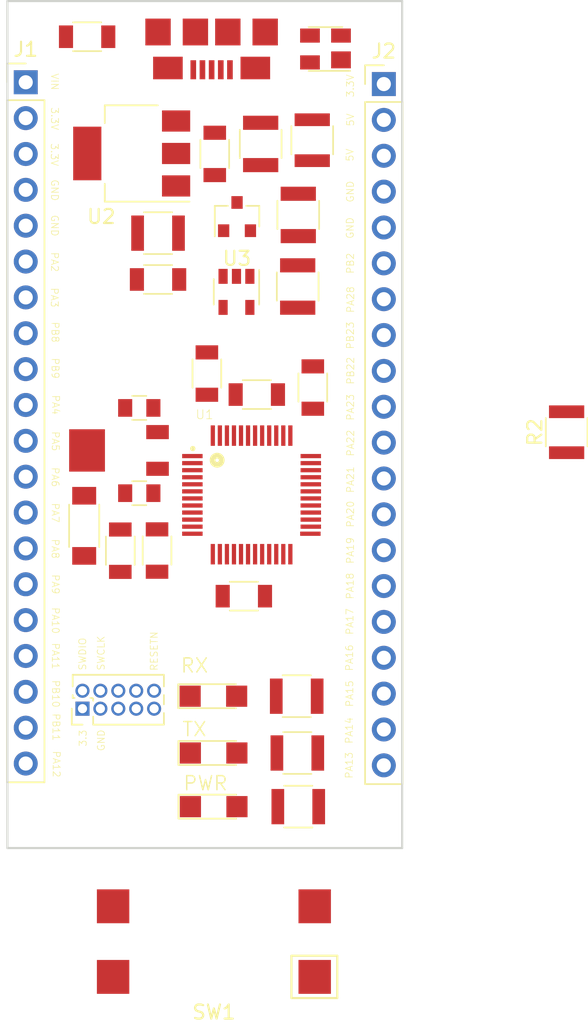
<source format=kicad_pcb>
(kicad_pcb (version 4) (host pcbnew 4.0.7)

  (general
    (links 122)
    (no_connects 122)
    (area 135.924999 49.924999 164.075001 110.075001)
    (thickness 1.6)
    (drawings 52)
    (tracks 0)
    (zones 0)
    (modules 35)
    (nets 57)
  )

  (page A4)
  (layers
    (0 F.Cu signal)
    (31 B.Cu signal)
    (32 B.Adhes user)
    (33 F.Adhes user)
    (34 B.Paste user)
    (35 F.Paste user)
    (36 B.SilkS user)
    (37 F.SilkS user)
    (38 B.Mask user)
    (39 F.Mask user)
    (40 Dwgs.User user)
    (41 Cmts.User user)
    (42 Eco1.User user)
    (43 Eco2.User user)
    (44 Edge.Cuts user)
    (45 Margin user hide)
    (46 B.CrtYd user hide)
    (47 F.CrtYd user hide)
    (48 B.Fab user hide)
    (49 F.Fab user hide)
  )

  (setup
    (last_trace_width 0.25)
    (trace_clearance 0.2)
    (zone_clearance 0.508)
    (zone_45_only no)
    (trace_min 0.2)
    (segment_width 0.2)
    (edge_width 0.15)
    (via_size 0.6)
    (via_drill 0.4)
    (via_min_size 0.4)
    (via_min_drill 0.3)
    (uvia_size 0.3)
    (uvia_drill 0.1)
    (uvias_allowed no)
    (uvia_min_size 0.2)
    (uvia_min_drill 0.1)
    (pcb_text_width 0.3)
    (pcb_text_size 1.5 1.5)
    (mod_edge_width 0.15)
    (mod_text_size 1 1)
    (mod_text_width 0.15)
    (pad_size 1.7 1.7)
    (pad_drill 1)
    (pad_to_mask_clearance 0.2)
    (aux_axis_origin 0 0)
    (visible_elements 7FFFF77F)
    (pcbplotparams
      (layerselection 0x00030_80000001)
      (usegerberextensions false)
      (excludeedgelayer true)
      (linewidth 0.100000)
      (plotframeref false)
      (viasonmask false)
      (mode 1)
      (useauxorigin false)
      (hpglpennumber 1)
      (hpglpenspeed 20)
      (hpglpendiameter 15)
      (hpglpenoverlay 2)
      (psnegative false)
      (psa4output false)
      (plotreference true)
      (plotvalue true)
      (plotinvisibletext false)
      (padsonsilk false)
      (subtractmaskfromsilk false)
      (outputformat 1)
      (mirror false)
      (drillshape 1)
      (scaleselection 1)
      (outputdirectory ""))
  )

  (net 0 "")
  (net 1 VIN)
  (net 2 +3V3)
  (net 3 +5V)
  (net 4 "Net-(C6-Pad1)")
  (net 5 "Net-(C7-Pad2)")
  (net 6 "Net-(C8-Pad2)")
  (net 7 "Net-(C9-Pad1)")
  (net 8 "Net-(C12-Pad1)")
  (net 9 "Net-(D1-Pad2)")
  (net 10 RX_LED)
  (net 11 "Net-(D2-Pad2)")
  (net 12 TX_LED)
  (net 13 "Net-(D3-Pad2)")
  (net 14 USB_D-)
  (net 15 USB_D+)
  (net 16 VBUS)
  (net 17 PA2)
  (net 18 PA3)
  (net 19 PB8)
  (net 20 PB9)
  (net 21 PA4)
  (net 22 PA5)
  (net 23 PA6)
  (net 24 PA7)
  (net 25 PA8)
  (net 26 PA9)
  (net 27 PA10)
  (net 28 PA11)
  (net 29 PB10)
  (net 30 PB11)
  (net 31 PA12)
  (net 32 PB2)
  (net 33 PA28)
  (net 34 PB23)
  (net 35 PB22)
  (net 36 PA23)
  (net 37 PA22)
  (net 38 PA21)
  (net 39 PA20)
  (net 40 PA19)
  (net 41 PA18)
  (net 42 PA17)
  (net 43 PA16)
  (net 44 PA15)
  (net 45 PA14)
  (net 46 PA13)
  (net 47 SWDIO)
  (net 48 SWCLK)
  (net 49 "Net-(J3-Pad6)")
  (net 50 "Net-(J3-Pad7)")
  (net 51 "Net-(J3-Pad8)")
  (net 52 "Net-(J3-Pad9)")
  (net 53 RESETN)
  (net 54 "Net-(J4-Pad5)")
  (net 55 "Net-(U3-Pad4)")
  (net 56 GND)

  (net_class Default "This is the default net class."
    (clearance 0.2)
    (trace_width 0.25)
    (via_dia 0.6)
    (via_drill 0.4)
    (uvia_dia 0.3)
    (uvia_drill 0.1)
    (add_net +3V3)
    (add_net +5V)
    (add_net GND)
    (add_net "Net-(C12-Pad1)")
    (add_net "Net-(C6-Pad1)")
    (add_net "Net-(C7-Pad2)")
    (add_net "Net-(C8-Pad2)")
    (add_net "Net-(C9-Pad1)")
    (add_net "Net-(D1-Pad2)")
    (add_net "Net-(D2-Pad2)")
    (add_net "Net-(D3-Pad2)")
    (add_net "Net-(J3-Pad6)")
    (add_net "Net-(J3-Pad7)")
    (add_net "Net-(J3-Pad8)")
    (add_net "Net-(J3-Pad9)")
    (add_net "Net-(J4-Pad5)")
    (add_net "Net-(U3-Pad4)")
    (add_net PA10)
    (add_net PA11)
    (add_net PA12)
    (add_net PA13)
    (add_net PA14)
    (add_net PA15)
    (add_net PA16)
    (add_net PA17)
    (add_net PA18)
    (add_net PA19)
    (add_net PA2)
    (add_net PA20)
    (add_net PA21)
    (add_net PA22)
    (add_net PA23)
    (add_net PA28)
    (add_net PA3)
    (add_net PA4)
    (add_net PA5)
    (add_net PA6)
    (add_net PA7)
    (add_net PA8)
    (add_net PA9)
    (add_net PB10)
    (add_net PB11)
    (add_net PB2)
    (add_net PB22)
    (add_net PB23)
    (add_net PB8)
    (add_net PB9)
    (add_net RESETN)
    (add_net RX_LED)
    (add_net SWCLK)
    (add_net SWDIO)
    (add_net TX_LED)
    (add_net USB_D+)
    (add_net USB_D-)
    (add_net VBUS)
    (add_net VIN)
  )

  (module Capacitors_SMD:C_1206 (layer F.Cu) (tedit 5C0C1B35) (tstamp 5C081340)
    (at 141.6558 52.5272)
    (descr "Capacitor SMD 1206, reflow soldering, AVX (see smccp.pdf)")
    (tags "capacitor 1206")
    (path /5BF26B92/5BF27FAB)
    (attr smd)
    (fp_text reference C1 (at 0 -1.75) (layer F.SilkS) hide
      (effects (font (size 1 1) (thickness 0.15)))
    )
    (fp_text value 10uF (at 0 2) (layer F.Fab) hide
      (effects (font (size 1 1) (thickness 0.15)))
    )
    (fp_text user %R (at 0 -1.75) (layer F.Fab)
      (effects (font (size 1 1) (thickness 0.15)))
    )
    (fp_line (start -1.6 0.8) (end -1.6 -0.8) (layer F.Fab) (width 0.1))
    (fp_line (start 1.6 0.8) (end -1.6 0.8) (layer F.Fab) (width 0.1))
    (fp_line (start 1.6 -0.8) (end 1.6 0.8) (layer F.Fab) (width 0.1))
    (fp_line (start -1.6 -0.8) (end 1.6 -0.8) (layer F.Fab) (width 0.1))
    (fp_line (start 1 -1.02) (end -1 -1.02) (layer F.SilkS) (width 0.12))
    (fp_line (start -1 1.02) (end 1 1.02) (layer F.SilkS) (width 0.12))
    (fp_line (start -2.25 -1.05) (end 2.25 -1.05) (layer F.CrtYd) (width 0.05))
    (fp_line (start -2.25 -1.05) (end -2.25 1.05) (layer F.CrtYd) (width 0.05))
    (fp_line (start 2.25 1.05) (end 2.25 -1.05) (layer F.CrtYd) (width 0.05))
    (fp_line (start 2.25 1.05) (end -2.25 1.05) (layer F.CrtYd) (width 0.05))
    (pad 1 smd rect (at -1.5 0) (size 1 1.6) (layers F.Cu F.Paste F.Mask)
      (net 1 VIN))
    (pad 2 smd rect (at 1.5 0) (size 1 1.6) (layers F.Cu F.Paste F.Mask)
      (net 56 GND))
    (model Capacitors_SMD.3dshapes/C_1206.wrl
      (at (xyz 0 0 0))
      (scale (xyz 1 1 1))
      (rotate (xyz 0 0 0))
    )
  )

  (module Capacitors_SMD:C_1206 (layer F.Cu) (tedit 5C0C1B0D) (tstamp 5C081351)
    (at 150.70836 60.82792 270)
    (descr "Capacitor SMD 1206, reflow soldering, AVX (see smccp.pdf)")
    (tags "capacitor 1206")
    (path /5BF26B92/5BF2804C)
    (attr smd)
    (fp_text reference C2 (at 0 -1.75 270) (layer F.SilkS) hide
      (effects (font (size 1 1) (thickness 0.15)))
    )
    (fp_text value 10uF (at 0 2 270) (layer F.Fab) hide
      (effects (font (size 1 1) (thickness 0.15)))
    )
    (fp_text user %R (at 0 -1.75 270) (layer F.Fab)
      (effects (font (size 1 1) (thickness 0.15)))
    )
    (fp_line (start -1.6 0.8) (end -1.6 -0.8) (layer F.Fab) (width 0.1))
    (fp_line (start 1.6 0.8) (end -1.6 0.8) (layer F.Fab) (width 0.1))
    (fp_line (start 1.6 -0.8) (end 1.6 0.8) (layer F.Fab) (width 0.1))
    (fp_line (start -1.6 -0.8) (end 1.6 -0.8) (layer F.Fab) (width 0.1))
    (fp_line (start 1 -1.02) (end -1 -1.02) (layer F.SilkS) (width 0.12))
    (fp_line (start -1 1.02) (end 1 1.02) (layer F.SilkS) (width 0.12))
    (fp_line (start -2.25 -1.05) (end 2.25 -1.05) (layer F.CrtYd) (width 0.05))
    (fp_line (start -2.25 -1.05) (end -2.25 1.05) (layer F.CrtYd) (width 0.05))
    (fp_line (start 2.25 1.05) (end 2.25 -1.05) (layer F.CrtYd) (width 0.05))
    (fp_line (start 2.25 1.05) (end -2.25 1.05) (layer F.CrtYd) (width 0.05))
    (pad 1 smd rect (at -1.5 0 270) (size 1 1.6) (layers F.Cu F.Paste F.Mask)
      (net 3 +5V))
    (pad 2 smd rect (at 1.5 0 270) (size 1 1.6) (layers F.Cu F.Paste F.Mask)
      (net 56 GND))
    (model Capacitors_SMD.3dshapes/C_1206.wrl
      (at (xyz 0 0 0))
      (scale (xyz 1 1 1))
      (rotate (xyz 0 0 0))
    )
  )

  (module Capacitors_SMD:C_1206 (layer F.Cu) (tedit 5C0C14EB) (tstamp 5C081362)
    (at 146.685 69.723)
    (descr "Capacitor SMD 1206, reflow soldering, AVX (see smccp.pdf)")
    (tags "capacitor 1206")
    (path /5BF26B92/5BF284C1)
    (attr smd)
    (fp_text reference C3 (at 0 -1.75) (layer F.SilkS) hide
      (effects (font (size 1 1) (thickness 0.15)))
    )
    (fp_text value .1uF (at 0 2) (layer F.Fab) hide
      (effects (font (size 1 1) (thickness 0.15)))
    )
    (fp_text user %R (at 0 -1.75) (layer F.Fab)
      (effects (font (size 1 1) (thickness 0.15)))
    )
    (fp_line (start -1.6 0.8) (end -1.6 -0.8) (layer F.Fab) (width 0.1))
    (fp_line (start 1.6 0.8) (end -1.6 0.8) (layer F.Fab) (width 0.1))
    (fp_line (start 1.6 -0.8) (end 1.6 0.8) (layer F.Fab) (width 0.1))
    (fp_line (start -1.6 -0.8) (end 1.6 -0.8) (layer F.Fab) (width 0.1))
    (fp_line (start 1 -1.02) (end -1 -1.02) (layer F.SilkS) (width 0.12))
    (fp_line (start -1 1.02) (end 1 1.02) (layer F.SilkS) (width 0.12))
    (fp_line (start -2.25 -1.05) (end 2.25 -1.05) (layer F.CrtYd) (width 0.05))
    (fp_line (start -2.25 -1.05) (end -2.25 1.05) (layer F.CrtYd) (width 0.05))
    (fp_line (start 2.25 1.05) (end 2.25 -1.05) (layer F.CrtYd) (width 0.05))
    (fp_line (start 2.25 1.05) (end -2.25 1.05) (layer F.CrtYd) (width 0.05))
    (pad 1 smd rect (at -1.5 0) (size 1 1.6) (layers F.Cu F.Paste F.Mask)
      (net 3 +5V))
    (pad 2 smd rect (at 1.5 0) (size 1 1.6) (layers F.Cu F.Paste F.Mask)
      (net 56 GND))
    (model Capacitors_SMD.3dshapes/C_1206.wrl
      (at (xyz 0 0 0))
      (scale (xyz 1 1 1))
      (rotate (xyz 0 0 0))
    )
  )

  (module Capacitors_SMD:C_1210 (layer F.Cu) (tedit 5C0C14B3) (tstamp 5C081373)
    (at 156.591 70.22084 90)
    (descr "Capacitor SMD 1210, reflow soldering, AVX (see smccp.pdf)")
    (tags "capacitor 1210")
    (path /5BF26B92/5BF28DEB)
    (attr smd)
    (fp_text reference C4 (at 0 -2.25 90) (layer F.SilkS) hide
      (effects (font (size 1 1) (thickness 0.15)))
    )
    (fp_text value 2.2uF (at 0 2.5 90) (layer F.Fab) hide
      (effects (font (size 1 1) (thickness 0.15)))
    )
    (fp_text user %R (at 0 -2.25 90) (layer F.Fab)
      (effects (font (size 1 1) (thickness 0.15)))
    )
    (fp_line (start -1.6 1.25) (end -1.6 -1.25) (layer F.Fab) (width 0.1))
    (fp_line (start 1.6 1.25) (end -1.6 1.25) (layer F.Fab) (width 0.1))
    (fp_line (start 1.6 -1.25) (end 1.6 1.25) (layer F.Fab) (width 0.1))
    (fp_line (start -1.6 -1.25) (end 1.6 -1.25) (layer F.Fab) (width 0.1))
    (fp_line (start 1 -1.48) (end -1 -1.48) (layer F.SilkS) (width 0.12))
    (fp_line (start -1 1.48) (end 1 1.48) (layer F.SilkS) (width 0.12))
    (fp_line (start -2.25 -1.5) (end 2.25 -1.5) (layer F.CrtYd) (width 0.05))
    (fp_line (start -2.25 -1.5) (end -2.25 1.5) (layer F.CrtYd) (width 0.05))
    (fp_line (start 2.25 1.5) (end 2.25 -1.5) (layer F.CrtYd) (width 0.05))
    (fp_line (start 2.25 1.5) (end -2.25 1.5) (layer F.CrtYd) (width 0.05))
    (pad 1 smd rect (at -1.5 0 90) (size 1 2.5) (layers F.Cu F.Paste F.Mask)
      (net 2 +3V3))
    (pad 2 smd rect (at 1.5 0 90) (size 1 2.5) (layers F.Cu F.Paste F.Mask)
      (net 56 GND))
    (model Capacitors_SMD.3dshapes/C_1210.wrl
      (at (xyz 0 0 0))
      (scale (xyz 1 1 1))
      (rotate (xyz 0 0 0))
    )
  )

  (module Capacitors_SMD:C_1210 (layer F.Cu) (tedit 5C0C14F2) (tstamp 5C081384)
    (at 156.63164 65.151 270)
    (descr "Capacitor SMD 1210, reflow soldering, AVX (see smccp.pdf)")
    (tags "capacitor 1210")
    (path /5BF26B92/5BF28F7D)
    (attr smd)
    (fp_text reference C5 (at 0 -2.25 270) (layer F.SilkS) hide
      (effects (font (size 1 1) (thickness 0.15)))
    )
    (fp_text value 1.0uF (at 0 2.5 270) (layer F.Fab) hide
      (effects (font (size 1 1) (thickness 0.15)))
    )
    (fp_text user %R (at 0 -2.25 270) (layer F.Fab)
      (effects (font (size 1 1) (thickness 0.15)))
    )
    (fp_line (start -1.6 1.25) (end -1.6 -1.25) (layer F.Fab) (width 0.1))
    (fp_line (start 1.6 1.25) (end -1.6 1.25) (layer F.Fab) (width 0.1))
    (fp_line (start 1.6 -1.25) (end 1.6 1.25) (layer F.Fab) (width 0.1))
    (fp_line (start -1.6 -1.25) (end 1.6 -1.25) (layer F.Fab) (width 0.1))
    (fp_line (start 1 -1.48) (end -1 -1.48) (layer F.SilkS) (width 0.12))
    (fp_line (start -1 1.48) (end 1 1.48) (layer F.SilkS) (width 0.12))
    (fp_line (start -2.25 -1.5) (end 2.25 -1.5) (layer F.CrtYd) (width 0.05))
    (fp_line (start -2.25 -1.5) (end -2.25 1.5) (layer F.CrtYd) (width 0.05))
    (fp_line (start 2.25 1.5) (end 2.25 -1.5) (layer F.CrtYd) (width 0.05))
    (fp_line (start 2.25 1.5) (end -2.25 1.5) (layer F.CrtYd) (width 0.05))
    (pad 1 smd rect (at -1.5 0 270) (size 1 2.5) (layers F.Cu F.Paste F.Mask)
      (net 3 +5V))
    (pad 2 smd rect (at 1.5 0 270) (size 1 2.5) (layers F.Cu F.Paste F.Mask)
      (net 56 GND))
    (model Capacitors_SMD.3dshapes/C_1210.wrl
      (at (xyz 0 0 0))
      (scale (xyz 1 1 1))
      (rotate (xyz 0 0 0))
    )
  )

  (module Capacitors_SMD:C_1210 (layer F.Cu) (tedit 5C0C1B14) (tstamp 5C081395)
    (at 153.96464 60.1218 90)
    (descr "Capacitor SMD 1210, reflow soldering, AVX (see smccp.pdf)")
    (tags "capacitor 1210")
    (path /5BF26B92/5BF291F6)
    (attr smd)
    (fp_text reference C6 (at 0 -2.25 90) (layer F.SilkS) hide
      (effects (font (size 1 1) (thickness 0.15)))
    )
    (fp_text value 2.2uF (at 0 2.5 90) (layer F.Fab) hide
      (effects (font (size 1 1) (thickness 0.15)))
    )
    (fp_text user %R (at 0 -2.25 90) (layer F.Fab)
      (effects (font (size 1 1) (thickness 0.15)))
    )
    (fp_line (start -1.6 1.25) (end -1.6 -1.25) (layer F.Fab) (width 0.1))
    (fp_line (start 1.6 1.25) (end -1.6 1.25) (layer F.Fab) (width 0.1))
    (fp_line (start 1.6 -1.25) (end 1.6 1.25) (layer F.Fab) (width 0.1))
    (fp_line (start -1.6 -1.25) (end 1.6 -1.25) (layer F.Fab) (width 0.1))
    (fp_line (start 1 -1.48) (end -1 -1.48) (layer F.SilkS) (width 0.12))
    (fp_line (start -1 1.48) (end 1 1.48) (layer F.SilkS) (width 0.12))
    (fp_line (start -2.25 -1.5) (end 2.25 -1.5) (layer F.CrtYd) (width 0.05))
    (fp_line (start -2.25 -1.5) (end -2.25 1.5) (layer F.CrtYd) (width 0.05))
    (fp_line (start 2.25 1.5) (end 2.25 -1.5) (layer F.CrtYd) (width 0.05))
    (fp_line (start 2.25 1.5) (end -2.25 1.5) (layer F.CrtYd) (width 0.05))
    (pad 1 smd rect (at -1.5 0 90) (size 1 2.5) (layers F.Cu F.Paste F.Mask)
      (net 4 "Net-(C6-Pad1)"))
    (pad 2 smd rect (at 1.5 0 90) (size 1 2.5) (layers F.Cu F.Paste F.Mask)
      (net 56 GND))
    (model Capacitors_SMD.3dshapes/C_1210.wrl
      (at (xyz 0 0 0))
      (scale (xyz 1 1 1))
      (rotate (xyz 0 0 0))
    )
  )

  (module Capacitors_SMD:C_0805 (layer F.Cu) (tedit 5C0C1166) (tstamp 5C0813A6)
    (at 145.35404 84.8614)
    (descr "Capacitor SMD 0805, reflow soldering, AVX (see smccp.pdf)")
    (tags "capacitor 0805")
    (path /5BF3056F)
    (attr smd)
    (fp_text reference C7 (at 0 -1.5) (layer F.SilkS) hide
      (effects (font (size 1 1) (thickness 0.15)))
    )
    (fp_text value 6.8pF (at 0 1.75) (layer F.Fab) hide
      (effects (font (size 1 1) (thickness 0.15)))
    )
    (fp_text user %R (at 0 -1.5) (layer F.Fab)
      (effects (font (size 1 1) (thickness 0.15)))
    )
    (fp_line (start -1 0.62) (end -1 -0.62) (layer F.Fab) (width 0.1))
    (fp_line (start 1 0.62) (end -1 0.62) (layer F.Fab) (width 0.1))
    (fp_line (start 1 -0.62) (end 1 0.62) (layer F.Fab) (width 0.1))
    (fp_line (start -1 -0.62) (end 1 -0.62) (layer F.Fab) (width 0.1))
    (fp_line (start 0.5 -0.85) (end -0.5 -0.85) (layer F.SilkS) (width 0.12))
    (fp_line (start -0.5 0.85) (end 0.5 0.85) (layer F.SilkS) (width 0.12))
    (fp_line (start -1.75 -0.88) (end 1.75 -0.88) (layer F.CrtYd) (width 0.05))
    (fp_line (start -1.75 -0.88) (end -1.75 0.87) (layer F.CrtYd) (width 0.05))
    (fp_line (start 1.75 0.87) (end 1.75 -0.88) (layer F.CrtYd) (width 0.05))
    (fp_line (start 1.75 0.87) (end -1.75 0.87) (layer F.CrtYd) (width 0.05))
    (pad 1 smd rect (at -1 0) (size 1 1.25) (layers F.Cu F.Paste F.Mask)
      (net 56 GND))
    (pad 2 smd rect (at 1 0) (size 1 1.25) (layers F.Cu F.Paste F.Mask)
      (net 5 "Net-(C7-Pad2)"))
    (model Capacitors_SMD.3dshapes/C_0805.wrl
      (at (xyz 0 0 0))
      (scale (xyz 1 1 1))
      (rotate (xyz 0 0 0))
    )
  )

  (module Capacitors_SMD:C_0805 (layer F.Cu) (tedit 5C0C116C) (tstamp 5C0813B7)
    (at 145.35404 78.82128)
    (descr "Capacitor SMD 0805, reflow soldering, AVX (see smccp.pdf)")
    (tags "capacitor 0805")
    (path /5BF30598)
    (attr smd)
    (fp_text reference C8 (at 0 -1.5) (layer F.SilkS) hide
      (effects (font (size 1 1) (thickness 0.15)))
    )
    (fp_text value 6.8pF (at 0 1.75) (layer F.Fab) hide
      (effects (font (size 1 1) (thickness 0.15)))
    )
    (fp_text user %R (at 0 -1.5) (layer F.Fab)
      (effects (font (size 1 1) (thickness 0.15)))
    )
    (fp_line (start -1 0.62) (end -1 -0.62) (layer F.Fab) (width 0.1))
    (fp_line (start 1 0.62) (end -1 0.62) (layer F.Fab) (width 0.1))
    (fp_line (start 1 -0.62) (end 1 0.62) (layer F.Fab) (width 0.1))
    (fp_line (start -1 -0.62) (end 1 -0.62) (layer F.Fab) (width 0.1))
    (fp_line (start 0.5 -0.85) (end -0.5 -0.85) (layer F.SilkS) (width 0.12))
    (fp_line (start -0.5 0.85) (end 0.5 0.85) (layer F.SilkS) (width 0.12))
    (fp_line (start -1.75 -0.88) (end 1.75 -0.88) (layer F.CrtYd) (width 0.05))
    (fp_line (start -1.75 -0.88) (end -1.75 0.87) (layer F.CrtYd) (width 0.05))
    (fp_line (start 1.75 0.87) (end 1.75 -0.88) (layer F.CrtYd) (width 0.05))
    (fp_line (start 1.75 0.87) (end -1.75 0.87) (layer F.CrtYd) (width 0.05))
    (pad 1 smd rect (at -1 0) (size 1 1.25) (layers F.Cu F.Paste F.Mask)
      (net 56 GND))
    (pad 2 smd rect (at 1 0) (size 1 1.25) (layers F.Cu F.Paste F.Mask)
      (net 6 "Net-(C8-Pad2)"))
    (model Capacitors_SMD.3dshapes/C_0805.wrl
      (at (xyz 0 0 0))
      (scale (xyz 1 1 1))
      (rotate (xyz 0 0 0))
    )
  )

  (module Capacitors_SMD:C_1206 (layer F.Cu) (tedit 5C0C1353) (tstamp 5C0813C8)
    (at 153.69032 77.8764)
    (descr "Capacitor SMD 1206, reflow soldering, AVX (see smccp.pdf)")
    (tags "capacitor 1206")
    (path /5BF3100A)
    (attr smd)
    (fp_text reference C9 (at 0 -1.75) (layer F.SilkS) hide
      (effects (font (size 1 1) (thickness 0.15)))
    )
    (fp_text value .1uF (at 0 2) (layer F.Fab) hide
      (effects (font (size 1 1) (thickness 0.15)))
    )
    (fp_text user %R (at 0 -1.75) (layer F.Fab)
      (effects (font (size 1 1) (thickness 0.15)))
    )
    (fp_line (start -1.6 0.8) (end -1.6 -0.8) (layer F.Fab) (width 0.1))
    (fp_line (start 1.6 0.8) (end -1.6 0.8) (layer F.Fab) (width 0.1))
    (fp_line (start 1.6 -0.8) (end 1.6 0.8) (layer F.Fab) (width 0.1))
    (fp_line (start -1.6 -0.8) (end 1.6 -0.8) (layer F.Fab) (width 0.1))
    (fp_line (start 1 -1.02) (end -1 -1.02) (layer F.SilkS) (width 0.12))
    (fp_line (start -1 1.02) (end 1 1.02) (layer F.SilkS) (width 0.12))
    (fp_line (start -2.25 -1.05) (end 2.25 -1.05) (layer F.CrtYd) (width 0.05))
    (fp_line (start -2.25 -1.05) (end -2.25 1.05) (layer F.CrtYd) (width 0.05))
    (fp_line (start 2.25 1.05) (end 2.25 -1.05) (layer F.CrtYd) (width 0.05))
    (fp_line (start 2.25 1.05) (end -2.25 1.05) (layer F.CrtYd) (width 0.05))
    (pad 1 smd rect (at -1.5 0) (size 1 1.6) (layers F.Cu F.Paste F.Mask)
      (net 7 "Net-(C9-Pad1)"))
    (pad 2 smd rect (at 1.5 0) (size 1 1.6) (layers F.Cu F.Paste F.Mask)
      (net 56 GND))
    (model Capacitors_SMD.3dshapes/C_1206.wrl
      (at (xyz 0 0 0))
      (scale (xyz 1 1 1))
      (rotate (xyz 0 0 0))
    )
  )

  (module Capacitors_SMD:C_1206 (layer F.Cu) (tedit 5C0C128F) (tstamp 5C0813D9)
    (at 150.14956 76.38796 90)
    (descr "Capacitor SMD 1206, reflow soldering, AVX (see smccp.pdf)")
    (tags "capacitor 1206")
    (path /5BF318D3)
    (attr smd)
    (fp_text reference C10 (at 0 -1.75 90) (layer F.SilkS) hide
      (effects (font (size 1 1) (thickness 0.15)))
    )
    (fp_text value .1uF (at 0 2 90) (layer F.Fab) hide
      (effects (font (size 1 1) (thickness 0.15)))
    )
    (fp_text user %R (at 0 -1.75 90) (layer F.Fab)
      (effects (font (size 1 1) (thickness 0.15)))
    )
    (fp_line (start -1.6 0.8) (end -1.6 -0.8) (layer F.Fab) (width 0.1))
    (fp_line (start 1.6 0.8) (end -1.6 0.8) (layer F.Fab) (width 0.1))
    (fp_line (start 1.6 -0.8) (end 1.6 0.8) (layer F.Fab) (width 0.1))
    (fp_line (start -1.6 -0.8) (end 1.6 -0.8) (layer F.Fab) (width 0.1))
    (fp_line (start 1 -1.02) (end -1 -1.02) (layer F.SilkS) (width 0.12))
    (fp_line (start -1 1.02) (end 1 1.02) (layer F.SilkS) (width 0.12))
    (fp_line (start -2.25 -1.05) (end 2.25 -1.05) (layer F.CrtYd) (width 0.05))
    (fp_line (start -2.25 -1.05) (end -2.25 1.05) (layer F.CrtYd) (width 0.05))
    (fp_line (start 2.25 1.05) (end 2.25 -1.05) (layer F.CrtYd) (width 0.05))
    (fp_line (start 2.25 1.05) (end -2.25 1.05) (layer F.CrtYd) (width 0.05))
    (pad 1 smd rect (at -1.5 0 90) (size 1 1.6) (layers F.Cu F.Paste F.Mask)
      (net 2 +3V3))
    (pad 2 smd rect (at 1.5 0 90) (size 1 1.6) (layers F.Cu F.Paste F.Mask)
      (net 56 GND))
    (model Capacitors_SMD.3dshapes/C_1206.wrl
      (at (xyz 0 0 0))
      (scale (xyz 1 1 1))
      (rotate (xyz 0 0 0))
    )
  )

  (module Capacitors_SMD:C_1206 (layer F.Cu) (tedit 5C0C12E0) (tstamp 5C0813EA)
    (at 152.77084 92.15628)
    (descr "Capacitor SMD 1206, reflow soldering, AVX (see smccp.pdf)")
    (tags "capacitor 1206")
    (path /5BF314BF)
    (attr smd)
    (fp_text reference C11 (at 0 -1.75) (layer F.SilkS) hide
      (effects (font (size 1 1) (thickness 0.15)))
    )
    (fp_text value .1uF (at 0 2) (layer F.Fab) hide
      (effects (font (size 1 1) (thickness 0.15)))
    )
    (fp_text user %R (at 0 -1.75) (layer F.Fab)
      (effects (font (size 1 1) (thickness 0.15)))
    )
    (fp_line (start -1.6 0.8) (end -1.6 -0.8) (layer F.Fab) (width 0.1))
    (fp_line (start 1.6 0.8) (end -1.6 0.8) (layer F.Fab) (width 0.1))
    (fp_line (start 1.6 -0.8) (end 1.6 0.8) (layer F.Fab) (width 0.1))
    (fp_line (start -1.6 -0.8) (end 1.6 -0.8) (layer F.Fab) (width 0.1))
    (fp_line (start 1 -1.02) (end -1 -1.02) (layer F.SilkS) (width 0.12))
    (fp_line (start -1 1.02) (end 1 1.02) (layer F.SilkS) (width 0.12))
    (fp_line (start -2.25 -1.05) (end 2.25 -1.05) (layer F.CrtYd) (width 0.05))
    (fp_line (start -2.25 -1.05) (end -2.25 1.05) (layer F.CrtYd) (width 0.05))
    (fp_line (start 2.25 1.05) (end 2.25 -1.05) (layer F.CrtYd) (width 0.05))
    (fp_line (start 2.25 1.05) (end -2.25 1.05) (layer F.CrtYd) (width 0.05))
    (pad 1 smd rect (at -1.5 0) (size 1 1.6) (layers F.Cu F.Paste F.Mask)
      (net 2 +3V3))
    (pad 2 smd rect (at 1.5 0) (size 1 1.6) (layers F.Cu F.Paste F.Mask)
      (net 56 GND))
    (model Capacitors_SMD.3dshapes/C_1206.wrl
      (at (xyz 0 0 0))
      (scale (xyz 1 1 1))
      (rotate (xyz 0 0 0))
    )
  )

  (module Capacitors_SMD:C_1206 (layer F.Cu) (tedit 5C0C124E) (tstamp 5C0813FB)
    (at 144.00784 88.93556 270)
    (descr "Capacitor SMD 1206, reflow soldering, AVX (see smccp.pdf)")
    (tags "capacitor 1206")
    (path /5BF31FD6)
    (attr smd)
    (fp_text reference C12 (at 0 -1.75 270) (layer F.SilkS) hide
      (effects (font (size 1 1) (thickness 0.15)))
    )
    (fp_text value .1uF (at 0 2 270) (layer F.Fab) hide
      (effects (font (size 1 1) (thickness 0.15)))
    )
    (fp_text user %R (at 0 -1.75 270) (layer F.Fab)
      (effects (font (size 1 1) (thickness 0.15)))
    )
    (fp_line (start -1.6 0.8) (end -1.6 -0.8) (layer F.Fab) (width 0.1))
    (fp_line (start 1.6 0.8) (end -1.6 0.8) (layer F.Fab) (width 0.1))
    (fp_line (start 1.6 -0.8) (end 1.6 0.8) (layer F.Fab) (width 0.1))
    (fp_line (start -1.6 -0.8) (end 1.6 -0.8) (layer F.Fab) (width 0.1))
    (fp_line (start 1 -1.02) (end -1 -1.02) (layer F.SilkS) (width 0.12))
    (fp_line (start -1 1.02) (end 1 1.02) (layer F.SilkS) (width 0.12))
    (fp_line (start -2.25 -1.05) (end 2.25 -1.05) (layer F.CrtYd) (width 0.05))
    (fp_line (start -2.25 -1.05) (end -2.25 1.05) (layer F.CrtYd) (width 0.05))
    (fp_line (start 2.25 1.05) (end 2.25 -1.05) (layer F.CrtYd) (width 0.05))
    (fp_line (start 2.25 1.05) (end -2.25 1.05) (layer F.CrtYd) (width 0.05))
    (pad 1 smd rect (at -1.5 0 270) (size 1 1.6) (layers F.Cu F.Paste F.Mask)
      (net 8 "Net-(C12-Pad1)"))
    (pad 2 smd rect (at 1.5 0 270) (size 1 1.6) (layers F.Cu F.Paste F.Mask)
      (net 56 GND))
    (model Capacitors_SMD.3dshapes/C_1206.wrl
      (at (xyz 0 0 0))
      (scale (xyz 1 1 1))
      (rotate (xyz 0 0 0))
    )
  )

  (module Capacitors_SMD:C_1206 (layer F.Cu) (tedit 5C0C1277) (tstamp 5C08140C)
    (at 146.61388 88.9254 270)
    (descr "Capacitor SMD 1206, reflow soldering, AVX (see smccp.pdf)")
    (tags "capacitor 1206")
    (path /5C02F14F)
    (attr smd)
    (fp_text reference C13 (at 0 -1.75 270) (layer F.SilkS) hide
      (effects (font (size 1 1) (thickness 0.15)))
    )
    (fp_text value 10uF (at 0 2 270) (layer F.Fab) hide
      (effects (font (size 1 1) (thickness 0.15)))
    )
    (fp_text user %R (at 0 -1.75 270) (layer F.Fab)
      (effects (font (size 1 1) (thickness 0.15)))
    )
    (fp_line (start -1.6 0.8) (end -1.6 -0.8) (layer F.Fab) (width 0.1))
    (fp_line (start 1.6 0.8) (end -1.6 0.8) (layer F.Fab) (width 0.1))
    (fp_line (start 1.6 -0.8) (end 1.6 0.8) (layer F.Fab) (width 0.1))
    (fp_line (start -1.6 -0.8) (end 1.6 -0.8) (layer F.Fab) (width 0.1))
    (fp_line (start 1 -1.02) (end -1 -1.02) (layer F.SilkS) (width 0.12))
    (fp_line (start -1 1.02) (end 1 1.02) (layer F.SilkS) (width 0.12))
    (fp_line (start -2.25 -1.05) (end 2.25 -1.05) (layer F.CrtYd) (width 0.05))
    (fp_line (start -2.25 -1.05) (end -2.25 1.05) (layer F.CrtYd) (width 0.05))
    (fp_line (start 2.25 1.05) (end 2.25 -1.05) (layer F.CrtYd) (width 0.05))
    (fp_line (start 2.25 1.05) (end -2.25 1.05) (layer F.CrtYd) (width 0.05))
    (pad 1 smd rect (at -1.5 0 270) (size 1 1.6) (layers F.Cu F.Paste F.Mask)
      (net 8 "Net-(C12-Pad1)"))
    (pad 2 smd rect (at 1.5 0 270) (size 1 1.6) (layers F.Cu F.Paste F.Mask)
      (net 56 GND))
    (model Capacitors_SMD.3dshapes/C_1206.wrl
      (at (xyz 0 0 0))
      (scale (xyz 1 1 1))
      (rotate (xyz 0 0 0))
    )
  )

  (module LEDs:LED_1206 (layer F.Cu) (tedit 5C0C15ED) (tstamp 5C081421)
    (at 150.61184 99.24288)
    (descr "LED 1206 smd package")
    (tags "LED led 1206 SMD smd SMT smt smdled SMDLED smtled SMTLED")
    (path /5C03F384)
    (attr smd)
    (fp_text reference D1 (at 0 -1.6) (layer F.SilkS) hide
      (effects (font (size 1 1) (thickness 0.15)))
    )
    (fp_text value YELLOW (at 0 1.7) (layer F.Fab) hide
      (effects (font (size 1 1) (thickness 0.15)))
    )
    (fp_line (start -2.5 -0.85) (end -2.5 0.85) (layer F.SilkS) (width 0.12))
    (fp_line (start -0.45 -0.4) (end -0.45 0.4) (layer F.Fab) (width 0.1))
    (fp_line (start -0.4 0) (end 0.2 -0.4) (layer F.Fab) (width 0.1))
    (fp_line (start 0.2 0.4) (end -0.4 0) (layer F.Fab) (width 0.1))
    (fp_line (start 0.2 -0.4) (end 0.2 0.4) (layer F.Fab) (width 0.1))
    (fp_line (start 1.6 0.8) (end -1.6 0.8) (layer F.Fab) (width 0.1))
    (fp_line (start 1.6 -0.8) (end 1.6 0.8) (layer F.Fab) (width 0.1))
    (fp_line (start -1.6 -0.8) (end 1.6 -0.8) (layer F.Fab) (width 0.1))
    (fp_line (start -1.6 0.8) (end -1.6 -0.8) (layer F.Fab) (width 0.1))
    (fp_line (start -2.45 0.85) (end 1.6 0.85) (layer F.SilkS) (width 0.12))
    (fp_line (start -2.45 -0.85) (end 1.6 -0.85) (layer F.SilkS) (width 0.12))
    (fp_line (start 2.65 -1) (end 2.65 1) (layer F.CrtYd) (width 0.05))
    (fp_line (start 2.65 1) (end -2.65 1) (layer F.CrtYd) (width 0.05))
    (fp_line (start -2.65 1) (end -2.65 -1) (layer F.CrtYd) (width 0.05))
    (fp_line (start -2.65 -1) (end 2.65 -1) (layer F.CrtYd) (width 0.05))
    (pad 2 smd rect (at 1.65 0 180) (size 1.5 1.5) (layers F.Cu F.Paste F.Mask)
      (net 9 "Net-(D1-Pad2)"))
    (pad 1 smd rect (at -1.65 0 180) (size 1.5 1.5) (layers F.Cu F.Paste F.Mask)
      (net 10 RX_LED))
    (model ${KISYS3DMOD}/LEDs.3dshapes/LED_1206.wrl
      (at (xyz 0 0 0))
      (scale (xyz 1 1 1))
      (rotate (xyz 0 0 180))
    )
  )

  (module LEDs:LED_1206 (layer F.Cu) (tedit 5C0C15F6) (tstamp 5C081436)
    (at 150.62708 103.26624)
    (descr "LED 1206 smd package")
    (tags "LED led 1206 SMD smd SMT smt smdled SMDLED smtled SMTLED")
    (path /5C03F4AA)
    (attr smd)
    (fp_text reference D2 (at 0 -1.6) (layer F.SilkS) hide
      (effects (font (size 1 1) (thickness 0.15)))
    )
    (fp_text value GREEN (at 0 1.7) (layer F.Fab) hide
      (effects (font (size 1 1) (thickness 0.15)))
    )
    (fp_line (start -2.5 -0.85) (end -2.5 0.85) (layer F.SilkS) (width 0.12))
    (fp_line (start -0.45 -0.4) (end -0.45 0.4) (layer F.Fab) (width 0.1))
    (fp_line (start -0.4 0) (end 0.2 -0.4) (layer F.Fab) (width 0.1))
    (fp_line (start 0.2 0.4) (end -0.4 0) (layer F.Fab) (width 0.1))
    (fp_line (start 0.2 -0.4) (end 0.2 0.4) (layer F.Fab) (width 0.1))
    (fp_line (start 1.6 0.8) (end -1.6 0.8) (layer F.Fab) (width 0.1))
    (fp_line (start 1.6 -0.8) (end 1.6 0.8) (layer F.Fab) (width 0.1))
    (fp_line (start -1.6 -0.8) (end 1.6 -0.8) (layer F.Fab) (width 0.1))
    (fp_line (start -1.6 0.8) (end -1.6 -0.8) (layer F.Fab) (width 0.1))
    (fp_line (start -2.45 0.85) (end 1.6 0.85) (layer F.SilkS) (width 0.12))
    (fp_line (start -2.45 -0.85) (end 1.6 -0.85) (layer F.SilkS) (width 0.12))
    (fp_line (start 2.65 -1) (end 2.65 1) (layer F.CrtYd) (width 0.05))
    (fp_line (start 2.65 1) (end -2.65 1) (layer F.CrtYd) (width 0.05))
    (fp_line (start -2.65 1) (end -2.65 -1) (layer F.CrtYd) (width 0.05))
    (fp_line (start -2.65 -1) (end 2.65 -1) (layer F.CrtYd) (width 0.05))
    (pad 2 smd rect (at 1.65 0 180) (size 1.5 1.5) (layers F.Cu F.Paste F.Mask)
      (net 11 "Net-(D2-Pad2)"))
    (pad 1 smd rect (at -1.65 0 180) (size 1.5 1.5) (layers F.Cu F.Paste F.Mask)
      (net 12 TX_LED))
    (model ${KISYS3DMOD}/LEDs.3dshapes/LED_1206.wrl
      (at (xyz 0 0 0))
      (scale (xyz 1 1 1))
      (rotate (xyz 0 0 180))
    )
  )

  (module LEDs:LED_1206 (layer F.Cu) (tedit 5C0C15FD) (tstamp 5C08144B)
    (at 150.63216 107.06608)
    (descr "LED 1206 smd package")
    (tags "LED led 1206 SMD smd SMT smt smdled SMDLED smtled SMTLED")
    (path /5C04081C)
    (attr smd)
    (fp_text reference D3 (at 0 -1.6) (layer F.SilkS) hide
      (effects (font (size 1 1) (thickness 0.15)))
    )
    (fp_text value RED (at 0 1.7) (layer F.Fab) hide
      (effects (font (size 1 1) (thickness 0.15)))
    )
    (fp_line (start -2.5 -0.85) (end -2.5 0.85) (layer F.SilkS) (width 0.12))
    (fp_line (start -0.45 -0.4) (end -0.45 0.4) (layer F.Fab) (width 0.1))
    (fp_line (start -0.4 0) (end 0.2 -0.4) (layer F.Fab) (width 0.1))
    (fp_line (start 0.2 0.4) (end -0.4 0) (layer F.Fab) (width 0.1))
    (fp_line (start 0.2 -0.4) (end 0.2 0.4) (layer F.Fab) (width 0.1))
    (fp_line (start 1.6 0.8) (end -1.6 0.8) (layer F.Fab) (width 0.1))
    (fp_line (start 1.6 -0.8) (end 1.6 0.8) (layer F.Fab) (width 0.1))
    (fp_line (start -1.6 -0.8) (end 1.6 -0.8) (layer F.Fab) (width 0.1))
    (fp_line (start -1.6 0.8) (end -1.6 -0.8) (layer F.Fab) (width 0.1))
    (fp_line (start -2.45 0.85) (end 1.6 0.85) (layer F.SilkS) (width 0.12))
    (fp_line (start -2.45 -0.85) (end 1.6 -0.85) (layer F.SilkS) (width 0.12))
    (fp_line (start 2.65 -1) (end 2.65 1) (layer F.CrtYd) (width 0.05))
    (fp_line (start 2.65 1) (end -2.65 1) (layer F.CrtYd) (width 0.05))
    (fp_line (start -2.65 1) (end -2.65 -1) (layer F.CrtYd) (width 0.05))
    (fp_line (start -2.65 -1) (end 2.65 -1) (layer F.CrtYd) (width 0.05))
    (pad 2 smd rect (at 1.65 0 180) (size 1.5 1.5) (layers F.Cu F.Paste F.Mask)
      (net 13 "Net-(D3-Pad2)"))
    (pad 1 smd rect (at -1.65 0 180) (size 1.5 1.5) (layers F.Cu F.Paste F.Mask)
      (net 56 GND))
    (model ${KISYS3DMOD}/LEDs.3dshapes/LED_1206.wrl
      (at (xyz 0 0 0))
      (scale (xyz 1 1 1))
      (rotate (xyz 0 0 180))
    )
  )

  (module TO_SOT_Packages_SMD:SOT-143 (layer F.Cu) (tedit 5C0C1B2E) (tstamp 5C08145F)
    (at 158.56204 53.39588 180)
    (descr SOT-143)
    (tags SOT-143)
    (path /5BF21B32)
    (attr smd)
    (fp_text reference D4 (at 0.02 -2.38 180) (layer F.SilkS) hide
      (effects (font (size 1 1) (thickness 0.15)))
    )
    (fp_text value PRTR5V0U2X (at -0.28 2.48 180) (layer F.Fab) hide
      (effects (font (size 1 1) (thickness 0.15)))
    )
    (fp_text user %R (at 0 0 270) (layer F.Fab)
      (effects (font (size 0.5 0.5) (thickness 0.075)))
    )
    (fp_line (start -1.2 1.55) (end 1.2 1.55) (layer F.SilkS) (width 0.12))
    (fp_line (start 1.2 -1.55) (end -1.75 -1.55) (layer F.SilkS) (width 0.12))
    (fp_line (start -1.2 -1) (end -0.7 -1.5) (layer F.Fab) (width 0.1))
    (fp_line (start -0.7 -1.5) (end 1.2 -1.5) (layer F.Fab) (width 0.1))
    (fp_line (start -1.2 1.5) (end -1.2 -1) (layer F.Fab) (width 0.1))
    (fp_line (start 1.2 1.5) (end -1.2 1.5) (layer F.Fab) (width 0.1))
    (fp_line (start 1.2 -1.5) (end 1.2 1.5) (layer F.Fab) (width 0.1))
    (fp_line (start 2.05 -1.75) (end 2.05 1.75) (layer F.CrtYd) (width 0.05))
    (fp_line (start 2.05 -1.75) (end -2.05 -1.75) (layer F.CrtYd) (width 0.05))
    (fp_line (start -2.05 1.75) (end 2.05 1.75) (layer F.CrtYd) (width 0.05))
    (fp_line (start -2.05 1.75) (end -2.05 -1.75) (layer F.CrtYd) (width 0.05))
    (pad 1 smd rect (at -1.1 -0.77 90) (size 1.2 1.4) (layers F.Cu F.Paste F.Mask)
      (net 56 GND))
    (pad 2 smd rect (at -1.1 0.95 90) (size 1 1.4) (layers F.Cu F.Paste F.Mask)
      (net 14 USB_D-))
    (pad 3 smd rect (at 1.1 0.95 90) (size 1 1.4) (layers F.Cu F.Paste F.Mask)
      (net 15 USB_D+))
    (pad 4 smd rect (at 1.1 -0.95 90) (size 1 1.4) (layers F.Cu F.Paste F.Mask)
      (net 16 VBUS))
    (model ${KISYS3DMOD}/TO_SOT_Packages_SMD.3dshapes/SOT-143.wrl
      (at (xyz 0 0 0))
      (scale (xyz 1 1 1))
      (rotate (xyz 0 0 0))
    )
  )

  (module Resistors_SMD:R_1210 (layer F.Cu) (tedit 5C0C1B1B) (tstamp 5C081470)
    (at 157.62224 59.85764 90)
    (descr "Resistor SMD 1210, reflow soldering, Vishay (see dcrcw.pdf)")
    (tags "resistor 1210")
    (path /5BF26B92/5BF271F7)
    (attr smd)
    (fp_text reference F1 (at 0 -2.25 90) (layer F.SilkS) hide
      (effects (font (size 1 1) (thickness 0.15)))
    )
    (fp_text value 500mA (at 0 2.4 90) (layer F.Fab) hide
      (effects (font (size 1 1) (thickness 0.15)))
    )
    (fp_text user %R (at 0 0 90) (layer F.Fab)
      (effects (font (size 0.7 0.7) (thickness 0.105)))
    )
    (fp_line (start -1.6 1.25) (end -1.6 -1.25) (layer F.Fab) (width 0.1))
    (fp_line (start 1.6 1.25) (end -1.6 1.25) (layer F.Fab) (width 0.1))
    (fp_line (start 1.6 -1.25) (end 1.6 1.25) (layer F.Fab) (width 0.1))
    (fp_line (start -1.6 -1.25) (end 1.6 -1.25) (layer F.Fab) (width 0.1))
    (fp_line (start 1 1.48) (end -1 1.48) (layer F.SilkS) (width 0.12))
    (fp_line (start -1 -1.48) (end 1 -1.48) (layer F.SilkS) (width 0.12))
    (fp_line (start -2.15 -1.5) (end 2.15 -1.5) (layer F.CrtYd) (width 0.05))
    (fp_line (start -2.15 -1.5) (end -2.15 1.5) (layer F.CrtYd) (width 0.05))
    (fp_line (start 2.15 1.5) (end 2.15 -1.5) (layer F.CrtYd) (width 0.05))
    (fp_line (start 2.15 1.5) (end -2.15 1.5) (layer F.CrtYd) (width 0.05))
    (pad 1 smd rect (at -1.45 0 90) (size 0.9 2.5) (layers F.Cu F.Paste F.Mask)
      (net 4 "Net-(C6-Pad1)"))
    (pad 2 smd rect (at 1.45 0 90) (size 0.9 2.5) (layers F.Cu F.Paste F.Mask)
      (net 16 VBUS))
    (model ${KISYS3DMOD}/Resistors_SMD.3dshapes/R_1210.wrl
      (at (xyz 0 0 0))
      (scale (xyz 1 1 1))
      (rotate (xyz 0 0 0))
    )
  )

  (module Pin_Headers:Pin_Header_Straight_1x20_Pitch2.54mm (layer F.Cu) (tedit 5C086F86) (tstamp 5C081498)
    (at 137.3 55.753)
    (descr "Through hole straight pin header, 1x20, 2.54mm pitch, single row")
    (tags "Through hole pin header THT 1x20 2.54mm single row")
    (path /5BF9D77A)
    (fp_text reference J1 (at 0 -2.33) (layer F.SilkS)
      (effects (font (size 1 1) (thickness 0.15)))
    )
    (fp_text value ".1\" Headers" (at 0 50.59) (layer F.Fab) hide
      (effects (font (size 1 1) (thickness 0.15)))
    )
    (fp_line (start -0.635 -1.27) (end 1.27 -1.27) (layer F.Fab) (width 0.1))
    (fp_line (start 1.27 -1.27) (end 1.27 49.53) (layer F.Fab) (width 0.1))
    (fp_line (start 1.27 49.53) (end -1.27 49.53) (layer F.Fab) (width 0.1))
    (fp_line (start -1.27 49.53) (end -1.27 -0.635) (layer F.Fab) (width 0.1))
    (fp_line (start -1.27 -0.635) (end -0.635 -1.27) (layer F.Fab) (width 0.1))
    (fp_line (start -1.33 49.59) (end 1.33 49.59) (layer F.SilkS) (width 0.12))
    (fp_line (start -1.33 1.27) (end -1.33 49.59) (layer F.SilkS) (width 0.12))
    (fp_line (start 1.33 1.27) (end 1.33 49.59) (layer F.SilkS) (width 0.12))
    (fp_line (start -1.33 1.27) (end 1.33 1.27) (layer F.SilkS) (width 0.12))
    (fp_line (start -1.33 0) (end -1.33 -1.33) (layer F.SilkS) (width 0.12))
    (fp_line (start -1.33 -1.33) (end 0 -1.33) (layer F.SilkS) (width 0.12))
    (fp_line (start -1.8 -1.8) (end -1.8 50.05) (layer F.CrtYd) (width 0.05))
    (fp_line (start -1.8 50.05) (end 1.8 50.05) (layer F.CrtYd) (width 0.05))
    (fp_line (start 1.8 50.05) (end 1.8 -1.8) (layer F.CrtYd) (width 0.05))
    (fp_line (start 1.8 -1.8) (end -1.8 -1.8) (layer F.CrtYd) (width 0.05))
    (fp_text user %R (at 0 24.13 90) (layer F.Fab)
      (effects (font (size 1 1) (thickness 0.15)))
    )
    (pad 1 thru_hole rect (at 0 0) (size 1.7 1.7) (drill 1) (layers *.Cu *.Mask)
      (net 1 VIN))
    (pad 2 thru_hole oval (at 0 2.54) (size 1.7 1.7) (drill 1) (layers *.Cu *.Mask)
      (net 2 +3V3))
    (pad 3 thru_hole oval (at 0 5.08) (size 1.7 1.7) (drill 1) (layers *.Cu *.Mask)
      (net 2 +3V3))
    (pad 4 thru_hole oval (at 0 7.62) (size 1.7 1.7) (drill 1) (layers *.Cu *.Mask)
      (net 56 GND))
    (pad 5 thru_hole oval (at 0 10.16) (size 1.7 1.7) (drill 1) (layers *.Cu *.Mask)
      (net 56 GND))
    (pad 6 thru_hole oval (at 0 12.7) (size 1.7 1.7) (drill 1) (layers *.Cu *.Mask)
      (net 17 PA2))
    (pad 7 thru_hole oval (at 0 15.24) (size 1.7 1.7) (drill 1) (layers *.Cu *.Mask)
      (net 18 PA3))
    (pad 8 thru_hole oval (at 0 17.78) (size 1.7 1.7) (drill 1) (layers *.Cu *.Mask)
      (net 19 PB8))
    (pad 9 thru_hole oval (at 0 20.32) (size 1.7 1.7) (drill 1) (layers *.Cu *.Mask)
      (net 20 PB9))
    (pad 10 thru_hole oval (at 0 22.86) (size 1.7 1.7) (drill 1) (layers *.Cu *.Mask)
      (net 21 PA4))
    (pad 11 thru_hole oval (at 0 25.4) (size 1.7 1.7) (drill 1) (layers *.Cu *.Mask)
      (net 22 PA5))
    (pad 12 thru_hole oval (at 0 27.94) (size 1.7 1.7) (drill 1) (layers *.Cu *.Mask)
      (net 23 PA6))
    (pad 13 thru_hole oval (at 0 30.48) (size 1.7 1.7) (drill 1) (layers *.Cu *.Mask)
      (net 24 PA7))
    (pad 14 thru_hole oval (at 0 33.02) (size 1.7 1.7) (drill 1) (layers *.Cu *.Mask)
      (net 25 PA8))
    (pad 15 thru_hole oval (at 0 35.56) (size 1.7 1.7) (drill 1) (layers *.Cu *.Mask)
      (net 26 PA9))
    (pad 16 thru_hole oval (at 0 38.1) (size 1.7 1.7) (drill 1) (layers *.Cu *.Mask)
      (net 27 PA10))
    (pad 17 thru_hole oval (at 0 40.64) (size 1.7 1.7) (drill 1) (layers *.Cu *.Mask)
      (net 28 PA11))
    (pad 18 thru_hole oval (at 0 43.18) (size 1.7 1.7) (drill 1) (layers *.Cu *.Mask)
      (net 29 PB10))
    (pad 19 thru_hole oval (at 0 45.72) (size 1.7 1.7) (drill 1) (layers *.Cu *.Mask)
      (net 30 PB11))
    (pad 20 thru_hole oval (at 0 48.26) (size 1.7 1.7) (drill 1) (layers *.Cu *.Mask)
      (net 31 PA12))
    (model ${KISYS3DMOD}/Pin_Headers.3dshapes/Pin_Header_Straight_1x20_Pitch2.54mm.wrl
      (at (xyz 0 0 0))
      (scale (xyz 1 1 1))
      (rotate (xyz 0 0 0))
    )
  )

  (module Pin_Headers:Pin_Header_Straight_1x20_Pitch2.54mm (layer F.Cu) (tedit 5C086F96) (tstamp 5C0814C0)
    (at 162.7 55.88)
    (descr "Through hole straight pin header, 1x20, 2.54mm pitch, single row")
    (tags "Through hole pin header THT 1x20 2.54mm single row")
    (path /5BF9D21A)
    (fp_text reference J2 (at 0 -2.33) (layer F.SilkS)
      (effects (font (size 1 1) (thickness 0.15)))
    )
    (fp_text value ".1\" Headers" (at 0 50.59) (layer F.Fab) hide
      (effects (font (size 1 1) (thickness 0.15)))
    )
    (fp_line (start -0.635 -1.27) (end 1.27 -1.27) (layer F.Fab) (width 0.1))
    (fp_line (start 1.27 -1.27) (end 1.27 49.53) (layer F.Fab) (width 0.1))
    (fp_line (start 1.27 49.53) (end -1.27 49.53) (layer F.Fab) (width 0.1))
    (fp_line (start -1.27 49.53) (end -1.27 -0.635) (layer F.Fab) (width 0.1))
    (fp_line (start -1.27 -0.635) (end -0.635 -1.27) (layer F.Fab) (width 0.1))
    (fp_line (start -1.33 49.59) (end 1.33 49.59) (layer F.SilkS) (width 0.12))
    (fp_line (start -1.33 1.27) (end -1.33 49.59) (layer F.SilkS) (width 0.12))
    (fp_line (start 1.33 1.27) (end 1.33 49.59) (layer F.SilkS) (width 0.12))
    (fp_line (start -1.33 1.27) (end 1.33 1.27) (layer F.SilkS) (width 0.12))
    (fp_line (start -1.33 0) (end -1.33 -1.33) (layer F.SilkS) (width 0.12))
    (fp_line (start -1.33 -1.33) (end 0 -1.33) (layer F.SilkS) (width 0.12))
    (fp_line (start -1.8 -1.8) (end -1.8 50.05) (layer F.CrtYd) (width 0.05))
    (fp_line (start -1.8 50.05) (end 1.8 50.05) (layer F.CrtYd) (width 0.05))
    (fp_line (start 1.8 50.05) (end 1.8 -1.8) (layer F.CrtYd) (width 0.05))
    (fp_line (start 1.8 -1.8) (end -1.8 -1.8) (layer F.CrtYd) (width 0.05))
    (fp_text user %R (at 0 24.13 90) (layer F.Fab)
      (effects (font (size 1 1) (thickness 0.15)))
    )
    (pad 1 thru_hole rect (at 0 0) (size 1.7 1.7) (drill 1) (layers *.Cu *.Mask)
      (net 2 +3V3))
    (pad 2 thru_hole oval (at 0 2.54) (size 1.7 1.7) (drill 1) (layers *.Cu *.Mask)
      (net 3 +5V))
    (pad 3 thru_hole oval (at 0 5.08) (size 1.7 1.7) (drill 1) (layers *.Cu *.Mask)
      (net 3 +5V))
    (pad 4 thru_hole oval (at 0 7.62) (size 1.7 1.7) (drill 1) (layers *.Cu *.Mask)
      (net 56 GND))
    (pad 5 thru_hole oval (at 0 10.16) (size 1.7 1.7) (drill 1) (layers *.Cu *.Mask)
      (net 56 GND))
    (pad 6 thru_hole oval (at 0 12.7) (size 1.7 1.7) (drill 1) (layers *.Cu *.Mask)
      (net 32 PB2))
    (pad 7 thru_hole oval (at 0 15.24) (size 1.7 1.7) (drill 1) (layers *.Cu *.Mask)
      (net 33 PA28))
    (pad 8 thru_hole oval (at 0 17.78) (size 1.7 1.7) (drill 1) (layers *.Cu *.Mask)
      (net 34 PB23))
    (pad 9 thru_hole oval (at 0 20.32) (size 1.7 1.7) (drill 1) (layers *.Cu *.Mask)
      (net 35 PB22))
    (pad 10 thru_hole oval (at 0 22.86) (size 1.7 1.7) (drill 1) (layers *.Cu *.Mask)
      (net 36 PA23))
    (pad 11 thru_hole oval (at 0 25.4) (size 1.7 1.7) (drill 1) (layers *.Cu *.Mask)
      (net 37 PA22))
    (pad 12 thru_hole oval (at 0 27.94) (size 1.7 1.7) (drill 1) (layers *.Cu *.Mask)
      (net 38 PA21))
    (pad 13 thru_hole oval (at 0 30.48) (size 1.7 1.7) (drill 1) (layers *.Cu *.Mask)
      (net 39 PA20))
    (pad 14 thru_hole oval (at 0 33.02) (size 1.7 1.7) (drill 1) (layers *.Cu *.Mask)
      (net 40 PA19))
    (pad 15 thru_hole oval (at 0 35.56) (size 1.7 1.7) (drill 1) (layers *.Cu *.Mask)
      (net 41 PA18))
    (pad 16 thru_hole oval (at 0 38.1) (size 1.7 1.7) (drill 1) (layers *.Cu *.Mask)
      (net 42 PA17))
    (pad 17 thru_hole oval (at 0 40.64) (size 1.7 1.7) (drill 1) (layers *.Cu *.Mask)
      (net 43 PA16))
    (pad 18 thru_hole oval (at 0 43.18) (size 1.7 1.7) (drill 1) (layers *.Cu *.Mask)
      (net 44 PA15))
    (pad 19 thru_hole oval (at 0 45.72) (size 1.7 1.7) (drill 1) (layers *.Cu *.Mask)
      (net 45 PA14))
    (pad 20 thru_hole oval (at 0 48.26) (size 1.7 1.7) (drill 1) (layers *.Cu *.Mask)
      (net 46 PA13))
    (model ${KISYS3DMOD}/Pin_Headers.3dshapes/Pin_Header_Straight_1x20_Pitch2.54mm.wrl
      (at (xyz 0 0 0))
      (scale (xyz 1 1 1))
      (rotate (xyz 0 0 0))
    )
  )

  (module Pin_Headers:Pin_Header_Straight_2x05_Pitch1.27mm (layer F.Cu) (tedit 5C0C176F) (tstamp 5C0814E5)
    (at 141.3256 100.1268 90)
    (descr "Through hole straight pin header, 2x05, 1.27mm pitch, double rows")
    (tags "Through hole pin header THT 2x05 1.27mm double row")
    (path /5BF34DDE)
    (fp_text reference J3 (at 0.635 -1.695 90) (layer F.SilkS) hide
      (effects (font (size 1 1) (thickness 0.15)))
    )
    (fp_text value Cortex_Debug (at 0.635 6.775 90) (layer F.Fab) hide
      (effects (font (size 1 1) (thickness 0.15)))
    )
    (fp_line (start -0.2175 -0.635) (end 2.34 -0.635) (layer F.Fab) (width 0.1))
    (fp_line (start 2.34 -0.635) (end 2.34 5.715) (layer F.Fab) (width 0.1))
    (fp_line (start 2.34 5.715) (end -1.07 5.715) (layer F.Fab) (width 0.1))
    (fp_line (start -1.07 5.715) (end -1.07 0.2175) (layer F.Fab) (width 0.1))
    (fp_line (start -1.07 0.2175) (end -0.2175 -0.635) (layer F.Fab) (width 0.1))
    (fp_line (start -1.13 5.775) (end -0.30753 5.775) (layer F.SilkS) (width 0.12))
    (fp_line (start 1.57753 5.775) (end 2.4 5.775) (layer F.SilkS) (width 0.12))
    (fp_line (start 0.30753 5.775) (end 0.96247 5.775) (layer F.SilkS) (width 0.12))
    (fp_line (start -1.13 0.76) (end -1.13 5.775) (layer F.SilkS) (width 0.12))
    (fp_line (start 2.4 -0.695) (end 2.4 5.775) (layer F.SilkS) (width 0.12))
    (fp_line (start -1.13 0.76) (end -0.563471 0.76) (layer F.SilkS) (width 0.12))
    (fp_line (start 0.563471 0.76) (end 0.706529 0.76) (layer F.SilkS) (width 0.12))
    (fp_line (start 0.76 0.706529) (end 0.76 0.563471) (layer F.SilkS) (width 0.12))
    (fp_line (start 0.76 -0.563471) (end 0.76 -0.695) (layer F.SilkS) (width 0.12))
    (fp_line (start 0.76 -0.695) (end 0.96247 -0.695) (layer F.SilkS) (width 0.12))
    (fp_line (start 1.57753 -0.695) (end 2.4 -0.695) (layer F.SilkS) (width 0.12))
    (fp_line (start -1.13 0) (end -1.13 -0.76) (layer F.SilkS) (width 0.12))
    (fp_line (start -1.13 -0.76) (end 0 -0.76) (layer F.SilkS) (width 0.12))
    (fp_line (start -1.6 -1.15) (end -1.6 6.25) (layer F.CrtYd) (width 0.05))
    (fp_line (start -1.6 6.25) (end 2.85 6.25) (layer F.CrtYd) (width 0.05))
    (fp_line (start 2.85 6.25) (end 2.85 -1.15) (layer F.CrtYd) (width 0.05))
    (fp_line (start 2.85 -1.15) (end -1.6 -1.15) (layer F.CrtYd) (width 0.05))
    (fp_text user %R (at 0.635 2.54 180) (layer F.Fab)
      (effects (font (size 1 1) (thickness 0.15)))
    )
    (pad 1 thru_hole rect (at 0 0 90) (size 1 1) (drill 0.65) (layers *.Cu *.Mask)
      (net 2 +3V3))
    (pad 2 thru_hole oval (at 1.27 0 90) (size 1 1) (drill 0.65) (layers *.Cu *.Mask)
      (net 47 SWDIO))
    (pad 3 thru_hole oval (at 0 1.27 90) (size 1 1) (drill 0.65) (layers *.Cu *.Mask)
      (net 56 GND))
    (pad 4 thru_hole oval (at 1.27 1.27 90) (size 1 1) (drill 0.65) (layers *.Cu *.Mask)
      (net 48 SWCLK))
    (pad 5 thru_hole oval (at 0 2.54 90) (size 1 1) (drill 0.65) (layers *.Cu *.Mask)
      (net 56 GND))
    (pad 6 thru_hole oval (at 1.27 2.54 90) (size 1 1) (drill 0.65) (layers *.Cu *.Mask)
      (net 49 "Net-(J3-Pad6)"))
    (pad 7 thru_hole oval (at 0 3.81 90) (size 1 1) (drill 0.65) (layers *.Cu *.Mask)
      (net 50 "Net-(J3-Pad7)"))
    (pad 8 thru_hole oval (at 1.27 3.81 90) (size 1 1) (drill 0.65) (layers *.Cu *.Mask)
      (net 51 "Net-(J3-Pad8)"))
    (pad 9 thru_hole oval (at 0 5.08 90) (size 1 1) (drill 0.65) (layers *.Cu *.Mask)
      (net 52 "Net-(J3-Pad9)"))
    (pad 10 thru_hole oval (at 1.27 5.08 90) (size 1 1) (drill 0.65) (layers *.Cu *.Mask)
      (net 53 RESETN))
    (model ${KISYS3DMOD}/Pin_Headers.3dshapes/Pin_Header_Straight_2x05_Pitch1.27mm.wrl
      (at (xyz 0 0 0))
      (scale (xyz 1 1 1))
      (rotate (xyz 0 0 0))
    )
  )

  (module 10118192-0001LF:10118192-0001LF (layer F.Cu) (tedit 5C0C1B3F) (tstamp 5C0814F4)
    (at 150.48484 52.19192 180)
    (path /5BF26B92/5BF271E1)
    (fp_text reference J4 (at 0 3 180) (layer F.SilkS) hide
      (effects (font (size 1 1) (thickness 0.15)))
    )
    (fp_text value USB-Micro (at 0 -5 180) (layer F.Fab) hide
      (effects (font (size 1 1) (thickness 0.15)))
    )
    (pad 1 smd rect (at 1.15 0 180) (size 1.8 1.9) (layers F.Cu F.Paste F.Mask)
      (net 56 GND))
    (pad 1 smd rect (at 3.8 0 180) (size 1.8 1.9) (layers F.Cu F.Paste F.Mask)
      (net 56 GND))
    (pad 1 smd rect (at -1.15 0 180) (size 1.8 1.9) (layers F.Cu F.Paste F.Mask)
      (net 56 GND))
    (pad 1 smd rect (at -3.8 0 180) (size 1.8 1.9) (layers F.Cu F.Paste F.Mask)
      (net 56 GND))
    (pad 1 smd rect (at -3.1 -2.55 180) (size 2.1 1.6) (layers F.Cu F.Paste F.Mask)
      (net 56 GND))
    (pad 1 smd rect (at 3.1 -2.55 180) (size 2.1 1.6) (layers F.Cu F.Paste F.Mask)
      (net 56 GND))
    (pad 2 smd rect (at 1.3 -2.675 180) (size 0.4 1.35) (layers F.Cu F.Paste F.Mask)
      (net 16 VBUS))
    (pad 3 smd rect (at 0.65 -2.675 180) (size 0.4 1.35) (layers F.Cu F.Paste F.Mask)
      (net 14 USB_D-))
    (pad 4 smd rect (at 0 -2.675 180) (size 0.4 1.35) (layers F.Cu F.Paste F.Mask)
      (net 15 USB_D+))
    (pad 5 smd rect (at -0.65 -2.675 180) (size 0.4 1.35) (layers F.Cu F.Paste F.Mask)
      (net 54 "Net-(J4-Pad5)"))
    (pad 6 smd rect (at -1.3 -2.675 180) (size 0.4 1.35) (layers F.Cu F.Paste F.Mask)
      (net 56 GND))
  )

  (module Inductors_SMD:L_1806 (layer F.Cu) (tedit 5C0C1473) (tstamp 5C081505)
    (at 141.44752 87.1728 90)
    (descr "Ferrite bead SMD 1806, reflow soldering, see Murata BLM41P")
    (tags "ferrite bead 1806")
    (path /5BF31D95)
    (attr smd)
    (fp_text reference L1 (at 0 -2.3 90) (layer F.SilkS) hide
      (effects (font (size 1 1) (thickness 0.15)))
    )
    (fp_text value "470Ohm - FB" (at 0 2.3 90) (layer F.Fab) hide
      (effects (font (size 1 1) (thickness 0.15)))
    )
    (fp_text user %R (at 0 0 90) (layer F.Fab)
      (effects (font (size 1 1) (thickness 0.15)))
    )
    (fp_line (start -2.25 0.8) (end -2.25 -0.8) (layer F.Fab) (width 0.1))
    (fp_line (start 2.25 0.8) (end -2.25 0.8) (layer F.Fab) (width 0.1))
    (fp_line (start 2.25 -0.8) (end 2.25 0.8) (layer F.Fab) (width 0.1))
    (fp_line (start -2.25 -0.8) (end 2.25 -0.8) (layer F.Fab) (width 0.1))
    (fp_line (start -3 -1.2) (end 3 -1.2) (layer F.CrtYd) (width 0.05))
    (fp_line (start -3 1.2) (end 3 1.2) (layer F.CrtYd) (width 0.05))
    (fp_line (start -3 -1.2) (end -3 1.2) (layer F.CrtYd) (width 0.05))
    (fp_line (start 3 -1.2) (end 3 1.2) (layer F.CrtYd) (width 0.05))
    (fp_line (start 1.5 1.07) (end -1.5 1.07) (layer F.SilkS) (width 0.12))
    (fp_line (start -1.5 -1.07) (end 1.5 -1.07) (layer F.SilkS) (width 0.12))
    (pad 1 smd rect (at -2.13 0 90) (size 1.25 1.7) (layers F.Cu F.Paste F.Mask)
      (net 2 +3V3))
    (pad 2 smd rect (at 2.13 0 90) (size 1.25 1.7) (layers F.Cu F.Paste F.Mask)
      (net 8 "Net-(C12-Pad1)"))
    (model ${KISYS3DMOD}/Inductors_SMD.3dshapes/L_1806.wrl
      (at (xyz 0 0 0))
      (scale (xyz 1 1 1))
      (rotate (xyz 0 0 0))
    )
  )

  (module TO_SOT_Packages_SMD:SOT-23 (layer F.Cu) (tedit 5C0C1B03) (tstamp 5C08151A)
    (at 152.28824 65.26784 90)
    (descr "SOT-23, Standard")
    (tags SOT-23)
    (path /5BF26B92/5C02D8EB)
    (attr smd)
    (fp_text reference Q1 (at 0 -2.5 90) (layer F.SilkS) hide
      (effects (font (size 1 1) (thickness 0.15)))
    )
    (fp_text value "3.7A, 30V" (at 0 2.5 90) (layer F.Fab) hide
      (effects (font (size 1 1) (thickness 0.15)))
    )
    (fp_text user %R (at 0 0 180) (layer F.Fab)
      (effects (font (size 0.5 0.5) (thickness 0.075)))
    )
    (fp_line (start -0.7 -0.95) (end -0.7 1.5) (layer F.Fab) (width 0.1))
    (fp_line (start -0.15 -1.52) (end 0.7 -1.52) (layer F.Fab) (width 0.1))
    (fp_line (start -0.7 -0.95) (end -0.15 -1.52) (layer F.Fab) (width 0.1))
    (fp_line (start 0.7 -1.52) (end 0.7 1.52) (layer F.Fab) (width 0.1))
    (fp_line (start -0.7 1.52) (end 0.7 1.52) (layer F.Fab) (width 0.1))
    (fp_line (start 0.76 1.58) (end 0.76 0.65) (layer F.SilkS) (width 0.12))
    (fp_line (start 0.76 -1.58) (end 0.76 -0.65) (layer F.SilkS) (width 0.12))
    (fp_line (start -1.7 -1.75) (end 1.7 -1.75) (layer F.CrtYd) (width 0.05))
    (fp_line (start 1.7 -1.75) (end 1.7 1.75) (layer F.CrtYd) (width 0.05))
    (fp_line (start 1.7 1.75) (end -1.7 1.75) (layer F.CrtYd) (width 0.05))
    (fp_line (start -1.7 1.75) (end -1.7 -1.75) (layer F.CrtYd) (width 0.05))
    (fp_line (start 0.76 -1.58) (end -1.4 -1.58) (layer F.SilkS) (width 0.12))
    (fp_line (start 0.76 1.58) (end -0.7 1.58) (layer F.SilkS) (width 0.12))
    (pad 1 smd rect (at -1 -0.95 90) (size 0.9 0.8) (layers F.Cu F.Paste F.Mask)
      (net 56 GND))
    (pad 2 smd rect (at -1 0.95 90) (size 0.9 0.8) (layers F.Cu F.Paste F.Mask)
      (net 3 +5V))
    (pad 3 smd rect (at 1 0 90) (size 0.9 0.8) (layers F.Cu F.Paste F.Mask)
      (net 4 "Net-(C6-Pad1)"))
    (model ${KISYS3DMOD}/TO_SOT_Packages_SMD.3dshapes/SOT-23.wrl
      (at (xyz 0 0 0))
      (scale (xyz 1 1 1))
      (rotate (xyz 0 0 0))
    )
  )

  (module Resistors_SMD:R_1210 (layer F.Cu) (tedit 5C0C14C7) (tstamp 5C08152B)
    (at 146.685 66.44132 180)
    (descr "Resistor SMD 1210, reflow soldering, Vishay (see dcrcw.pdf)")
    (tags "resistor 1210")
    (path /5BF26B92/5BF27207)
    (attr smd)
    (fp_text reference R1 (at 0 -2.25 180) (layer F.SilkS) hide
      (effects (font (size 1 1) (thickness 0.15)))
    )
    (fp_text value 10k (at 0 2.4 180) (layer F.Fab) hide
      (effects (font (size 1 1) (thickness 0.15)))
    )
    (fp_text user %R (at 0 0 180) (layer F.Fab)
      (effects (font (size 0.7 0.7) (thickness 0.105)))
    )
    (fp_line (start -1.6 1.25) (end -1.6 -1.25) (layer F.Fab) (width 0.1))
    (fp_line (start 1.6 1.25) (end -1.6 1.25) (layer F.Fab) (width 0.1))
    (fp_line (start 1.6 -1.25) (end 1.6 1.25) (layer F.Fab) (width 0.1))
    (fp_line (start -1.6 -1.25) (end 1.6 -1.25) (layer F.Fab) (width 0.1))
    (fp_line (start 1 1.48) (end -1 1.48) (layer F.SilkS) (width 0.12))
    (fp_line (start -1 -1.48) (end 1 -1.48) (layer F.SilkS) (width 0.12))
    (fp_line (start -2.15 -1.5) (end 2.15 -1.5) (layer F.CrtYd) (width 0.05))
    (fp_line (start -2.15 -1.5) (end -2.15 1.5) (layer F.CrtYd) (width 0.05))
    (fp_line (start 2.15 1.5) (end 2.15 -1.5) (layer F.CrtYd) (width 0.05))
    (fp_line (start 2.15 1.5) (end -2.15 1.5) (layer F.CrtYd) (width 0.05))
    (pad 1 smd rect (at -1.45 0 180) (size 0.9 2.5) (layers F.Cu F.Paste F.Mask)
      (net 56 GND))
    (pad 2 smd rect (at 1.45 0 180) (size 0.9 2.5) (layers F.Cu F.Paste F.Mask)
      (net 3 +5V))
    (model ${KISYS3DMOD}/Resistors_SMD.3dshapes/R_1210.wrl
      (at (xyz 0 0 0))
      (scale (xyz 1 1 1))
      (rotate (xyz 0 0 0))
    )
  )

  (module Resistors_SMD:R_1210 (layer F.Cu) (tedit 5C0C0104) (tstamp 5C08153C)
    (at 175.6664 80.5434 90)
    (descr "Resistor SMD 1210, reflow soldering, Vishay (see dcrcw.pdf)")
    (tags "resistor 1210")
    (path /5BF32755)
    (attr smd)
    (fp_text reference R2 (at 0 -2.25 90) (layer F.SilkS)
      (effects (font (size 1 1) (thickness 0.15)))
    )
    (fp_text value 10k (at 0 2.4 90) (layer F.Fab) hide
      (effects (font (size 1 1) (thickness 0.15)))
    )
    (fp_text user %R (at 0 0 90) (layer F.Fab)
      (effects (font (size 0.7 0.7) (thickness 0.105)))
    )
    (fp_line (start -1.6 1.25) (end -1.6 -1.25) (layer F.Fab) (width 0.1))
    (fp_line (start 1.6 1.25) (end -1.6 1.25) (layer F.Fab) (width 0.1))
    (fp_line (start 1.6 -1.25) (end 1.6 1.25) (layer F.Fab) (width 0.1))
    (fp_line (start -1.6 -1.25) (end 1.6 -1.25) (layer F.Fab) (width 0.1))
    (fp_line (start 1 1.48) (end -1 1.48) (layer F.SilkS) (width 0.12))
    (fp_line (start -1 -1.48) (end 1 -1.48) (layer F.SilkS) (width 0.12))
    (fp_line (start -2.15 -1.5) (end 2.15 -1.5) (layer F.CrtYd) (width 0.05))
    (fp_line (start -2.15 -1.5) (end -2.15 1.5) (layer F.CrtYd) (width 0.05))
    (fp_line (start 2.15 1.5) (end 2.15 -1.5) (layer F.CrtYd) (width 0.05))
    (fp_line (start 2.15 1.5) (end -2.15 1.5) (layer F.CrtYd) (width 0.05))
    (pad 1 smd rect (at -1.45 0 90) (size 0.9 2.5) (layers F.Cu F.Paste F.Mask)
      (net 2 +3V3))
    (pad 2 smd rect (at 1.45 0 90) (size 0.9 2.5) (layers F.Cu F.Paste F.Mask)
      (net 53 RESETN))
    (model ${KISYS3DMOD}/Resistors_SMD.3dshapes/R_1210.wrl
      (at (xyz 0 0 0))
      (scale (xyz 1 1 1))
      (rotate (xyz 0 0 0))
    )
  )

  (module Resistors_SMD:R_1210 (layer F.Cu) (tedit 5C0C1606) (tstamp 5C08154D)
    (at 156.51988 99.24288 180)
    (descr "Resistor SMD 1210, reflow soldering, Vishay (see dcrcw.pdf)")
    (tags "resistor 1210")
    (path /5C03F994)
    (attr smd)
    (fp_text reference R3 (at 0 -2.25 180) (layer F.SilkS) hide
      (effects (font (size 1 1) (thickness 0.15)))
    )
    (fp_text value 330 (at 0 2.4 180) (layer F.Fab) hide
      (effects (font (size 1 1) (thickness 0.15)))
    )
    (fp_text user %R (at 0 0 180) (layer F.Fab)
      (effects (font (size 0.7 0.7) (thickness 0.105)))
    )
    (fp_line (start -1.6 1.25) (end -1.6 -1.25) (layer F.Fab) (width 0.1))
    (fp_line (start 1.6 1.25) (end -1.6 1.25) (layer F.Fab) (width 0.1))
    (fp_line (start 1.6 -1.25) (end 1.6 1.25) (layer F.Fab) (width 0.1))
    (fp_line (start -1.6 -1.25) (end 1.6 -1.25) (layer F.Fab) (width 0.1))
    (fp_line (start 1 1.48) (end -1 1.48) (layer F.SilkS) (width 0.12))
    (fp_line (start -1 -1.48) (end 1 -1.48) (layer F.SilkS) (width 0.12))
    (fp_line (start -2.15 -1.5) (end 2.15 -1.5) (layer F.CrtYd) (width 0.05))
    (fp_line (start -2.15 -1.5) (end -2.15 1.5) (layer F.CrtYd) (width 0.05))
    (fp_line (start 2.15 1.5) (end 2.15 -1.5) (layer F.CrtYd) (width 0.05))
    (fp_line (start 2.15 1.5) (end -2.15 1.5) (layer F.CrtYd) (width 0.05))
    (pad 1 smd rect (at -1.45 0 180) (size 0.9 2.5) (layers F.Cu F.Paste F.Mask)
      (net 3 +5V))
    (pad 2 smd rect (at 1.45 0 180) (size 0.9 2.5) (layers F.Cu F.Paste F.Mask)
      (net 9 "Net-(D1-Pad2)"))
    (model ${KISYS3DMOD}/Resistors_SMD.3dshapes/R_1210.wrl
      (at (xyz 0 0 0))
      (scale (xyz 1 1 1))
      (rotate (xyz 0 0 0))
    )
  )

  (module Resistors_SMD:R_1210 (layer F.Cu) (tedit 5C0C160B) (tstamp 5C08155E)
    (at 156.5656 103.26624 180)
    (descr "Resistor SMD 1210, reflow soldering, Vishay (see dcrcw.pdf)")
    (tags "resistor 1210")
    (path /5C03FA19)
    (attr smd)
    (fp_text reference R4 (at 0 -2.25 180) (layer F.SilkS) hide
      (effects (font (size 1 1) (thickness 0.15)))
    )
    (fp_text value 330 (at 0 2.4 180) (layer F.Fab) hide
      (effects (font (size 1 1) (thickness 0.15)))
    )
    (fp_text user %R (at 0 0 180) (layer F.Fab)
      (effects (font (size 0.7 0.7) (thickness 0.105)))
    )
    (fp_line (start -1.6 1.25) (end -1.6 -1.25) (layer F.Fab) (width 0.1))
    (fp_line (start 1.6 1.25) (end -1.6 1.25) (layer F.Fab) (width 0.1))
    (fp_line (start 1.6 -1.25) (end 1.6 1.25) (layer F.Fab) (width 0.1))
    (fp_line (start -1.6 -1.25) (end 1.6 -1.25) (layer F.Fab) (width 0.1))
    (fp_line (start 1 1.48) (end -1 1.48) (layer F.SilkS) (width 0.12))
    (fp_line (start -1 -1.48) (end 1 -1.48) (layer F.SilkS) (width 0.12))
    (fp_line (start -2.15 -1.5) (end 2.15 -1.5) (layer F.CrtYd) (width 0.05))
    (fp_line (start -2.15 -1.5) (end -2.15 1.5) (layer F.CrtYd) (width 0.05))
    (fp_line (start 2.15 1.5) (end 2.15 -1.5) (layer F.CrtYd) (width 0.05))
    (fp_line (start 2.15 1.5) (end -2.15 1.5) (layer F.CrtYd) (width 0.05))
    (pad 1 smd rect (at -1.45 0 180) (size 0.9 2.5) (layers F.Cu F.Paste F.Mask)
      (net 3 +5V))
    (pad 2 smd rect (at 1.45 0 180) (size 0.9 2.5) (layers F.Cu F.Paste F.Mask)
      (net 11 "Net-(D2-Pad2)"))
    (model ${KISYS3DMOD}/Resistors_SMD.3dshapes/R_1210.wrl
      (at (xyz 0 0 0))
      (scale (xyz 1 1 1))
      (rotate (xyz 0 0 0))
    )
  )

  (module Resistors_SMD:R_1210 (layer F.Cu) (tedit 5C0C1610) (tstamp 5C08156F)
    (at 156.63164 107.06608 180)
    (descr "Resistor SMD 1210, reflow soldering, Vishay (see dcrcw.pdf)")
    (tags "resistor 1210")
    (path /5C040828)
    (attr smd)
    (fp_text reference R5 (at 0 -2.25 180) (layer F.SilkS) hide
      (effects (font (size 1 1) (thickness 0.15)))
    )
    (fp_text value 330 (at 0 2.4 180) (layer F.Fab) hide
      (effects (font (size 1 1) (thickness 0.15)))
    )
    (fp_text user %R (at 0 0 180) (layer F.Fab)
      (effects (font (size 0.7 0.7) (thickness 0.105)))
    )
    (fp_line (start -1.6 1.25) (end -1.6 -1.25) (layer F.Fab) (width 0.1))
    (fp_line (start 1.6 1.25) (end -1.6 1.25) (layer F.Fab) (width 0.1))
    (fp_line (start 1.6 -1.25) (end 1.6 1.25) (layer F.Fab) (width 0.1))
    (fp_line (start -1.6 -1.25) (end 1.6 -1.25) (layer F.Fab) (width 0.1))
    (fp_line (start 1 1.48) (end -1 1.48) (layer F.SilkS) (width 0.12))
    (fp_line (start -1 -1.48) (end 1 -1.48) (layer F.SilkS) (width 0.12))
    (fp_line (start -2.15 -1.5) (end 2.15 -1.5) (layer F.CrtYd) (width 0.05))
    (fp_line (start -2.15 -1.5) (end -2.15 1.5) (layer F.CrtYd) (width 0.05))
    (fp_line (start 2.15 1.5) (end 2.15 -1.5) (layer F.CrtYd) (width 0.05))
    (fp_line (start 2.15 1.5) (end -2.15 1.5) (layer F.CrtYd) (width 0.05))
    (pad 1 smd rect (at -1.45 0 180) (size 0.9 2.5) (layers F.Cu F.Paste F.Mask)
      (net 3 +5V))
    (pad 2 smd rect (at 1.45 0 180) (size 0.9 2.5) (layers F.Cu F.Paste F.Mask)
      (net 13 "Net-(D3-Pad2)"))
    (model ${KISYS3DMOD}/Resistors_SMD.3dshapes/R_1210.wrl
      (at (xyz 0 0 0))
      (scale (xyz 1 1 1))
      (rotate (xyz 0 0 0))
    )
  )

  (module B3FS-4:B3FS-4 (layer F.Cu) (tedit 5C042FAE) (tstamp 5C08157B)
    (at 150.6474 116.62664)
    (path /5C02E356)
    (fp_text reference SW1 (at 0 5) (layer F.SilkS)
      (effects (font (size 1 1) (thickness 0.15)))
    )
    (fp_text value B3FS-4005P (at 0 -5) (layer F.Fab) hide
      (effects (font (size 1 1) (thickness 0.15)))
    )
    (fp_line (start 5.5 1) (end 8.75 1) (layer F.SilkS) (width 0.15))
    (fp_line (start 8.75 1) (end 8.75 4) (layer F.SilkS) (width 0.15))
    (fp_line (start 8.75 4) (end 5.5 4) (layer F.SilkS) (width 0.15))
    (fp_line (start 5.5 4) (end 5.5 1) (layer F.SilkS) (width 0.15))
    (pad 1 smd rect (at 7.15 2.5) (size 2.3 2.4) (layers F.Cu F.Paste F.Mask)
      (net 53 RESETN))
    (pad 2 smd rect (at -7.15 2.5) (size 2.3 2.4) (layers F.Cu F.Paste F.Mask)
      (net 53 RESETN))
    (pad 3 smd rect (at 7.15 -2.5) (size 2.3 2.4) (layers F.Cu F.Paste F.Mask)
      (net 56 GND))
    (pad 4 smd rect (at -7.15 -2.5) (size 2.3 2.4) (layers F.Cu F.Paste F.Mask)
      (net 56 GND))
  )

  (module ATSAMD21G18A-AU:QFP50P900X900X120-48N (layer F.Cu) (tedit 5C0C12F2) (tstamp 5C0815B9)
    (at 153.31948 84.98332)
    (path /5BF21B13)
    (attr smd)
    (fp_text reference U1 (at -3.33585 -5.68928) (layer F.SilkS)
      (effects (font (size 0.640662 0.640662) (thickness 0.05)))
    )
    (fp_text value SAMD21G18A-AU (at -1.23952 6.01472) (layer F.SilkS) hide
      (effects (font (size 0.640983 0.640983) (thickness 0.05)))
    )
    (fp_line (start 3.15 3.15) (end 3.15 -3.15) (layer Dwgs.User) (width 0.2))
    (fp_line (start 3.15 3.15) (end -3.15 3.15) (layer Dwgs.User) (width 0.2))
    (fp_line (start -3.15 3.15) (end -3.15 -3.15) (layer Dwgs.User) (width 0.2))
    (fp_line (start 3.15 -3.15) (end -3.15 -3.15) (layer Dwgs.User) (width 0.2))
    (fp_circle (center -4.17 -3.283) (end -4.07 -3.283) (layer F.SilkS) (width 0.17))
    (fp_circle (center -2.443 -2.458) (end -2.316 -2.458) (layer F.SilkS) (width 0.4))
    (fp_line (start 5.2 -5.2) (end 5.2 5.2) (layer Eco1.User) (width 0.05))
    (fp_line (start 5.2 5.2) (end -5.2 5.2) (layer Eco1.User) (width 0.05))
    (fp_line (start -5.2 5.2) (end -5.2 -5.2) (layer Eco1.User) (width 0.05))
    (fp_line (start -5.2 -5.2) (end 5.2 -5.2) (layer Eco1.User) (width 0.05))
    (pad 1 smd rect (at -4.2 -2.75 180) (size 1.45 0.3) (layers F.Cu F.Paste F.Mask)
      (net 6 "Net-(C8-Pad2)"))
    (pad 2 smd rect (at -4.2 -2.25 180) (size 1.45 0.3) (layers F.Cu F.Paste F.Mask)
      (net 5 "Net-(C7-Pad2)"))
    (pad 3 smd rect (at -4.2 -1.75 180) (size 1.45 0.3) (layers F.Cu F.Paste F.Mask)
      (net 17 PA2))
    (pad 4 smd rect (at -4.2 -1.25 180) (size 1.45 0.3) (layers F.Cu F.Paste F.Mask)
      (net 18 PA3))
    (pad 5 smd rect (at -4.2 -0.75 180) (size 1.45 0.3) (layers F.Cu F.Paste F.Mask)
      (net 56 GND))
    (pad 6 smd rect (at -4.2 -0.25 180) (size 1.45 0.3) (layers F.Cu F.Paste F.Mask)
      (net 8 "Net-(C12-Pad1)"))
    (pad 7 smd rect (at -4.2 0.25 180) (size 1.45 0.3) (layers F.Cu F.Paste F.Mask)
      (net 19 PB8))
    (pad 8 smd rect (at -4.2 0.75 180) (size 1.45 0.3) (layers F.Cu F.Paste F.Mask)
      (net 20 PB9))
    (pad 9 smd rect (at -4.2 1.25 180) (size 1.45 0.3) (layers F.Cu F.Paste F.Mask)
      (net 21 PA4))
    (pad 11 smd rect (at -4.2 2.25 180) (size 1.45 0.3) (layers F.Cu F.Paste F.Mask)
      (net 23 PA6))
    (pad 12 smd rect (at -4.2 2.75 180) (size 1.45 0.3) (layers F.Cu F.Paste F.Mask)
      (net 24 PA7))
    (pad 13 smd rect (at -2.75 4.2 270) (size 1.45 0.3) (layers F.Cu F.Paste F.Mask)
      (net 25 PA8))
    (pad 14 smd rect (at -2.25 4.2 270) (size 1.45 0.3) (layers F.Cu F.Paste F.Mask)
      (net 26 PA9))
    (pad 15 smd rect (at -1.75 4.2 270) (size 1.45 0.3) (layers F.Cu F.Paste F.Mask)
      (net 27 PA10))
    (pad 16 smd rect (at -1.25 4.2 270) (size 1.45 0.3) (layers F.Cu F.Paste F.Mask)
      (net 28 PA11))
    (pad 17 smd rect (at -0.75 4.2 90) (size 1.45 0.3) (layers F.Cu F.Paste F.Mask)
      (net 2 +3V3))
    (pad 18 smd rect (at -0.25 4.2 270) (size 1.45 0.3) (layers F.Cu F.Paste F.Mask)
      (net 56 GND))
    (pad 19 smd rect (at 0.25 4.2 90) (size 1.45 0.3) (layers F.Cu F.Paste F.Mask)
      (net 29 PB10))
    (pad 20 smd rect (at 0.75 4.2 90) (size 1.45 0.3) (layers F.Cu F.Paste F.Mask)
      (net 30 PB11))
    (pad 21 smd rect (at 1.25 4.2 90) (size 1.45 0.3) (layers F.Cu F.Paste F.Mask)
      (net 31 PA12))
    (pad 22 smd rect (at 1.75 4.2 90) (size 1.45 0.3) (layers F.Cu F.Paste F.Mask)
      (net 46 PA13))
    (pad 23 smd rect (at 2.25 4.2 90) (size 1.45 0.3) (layers F.Cu F.Paste F.Mask)
      (net 45 PA14))
    (pad 24 smd rect (at 2.75 4.2 90) (size 1.45 0.3) (layers F.Cu F.Paste F.Mask)
      (net 44 PA15))
    (pad 10 smd rect (at -4.2 1.75 180) (size 1.45 0.3) (layers F.Cu F.Paste F.Mask)
      (net 22 PA5))
    (pad 25 smd rect (at 4.17 2.75) (size 1.45 0.3) (layers F.Cu F.Paste F.Mask)
      (net 43 PA16))
    (pad 26 smd rect (at 4.2 2.25) (size 1.45 0.3) (layers F.Cu F.Paste F.Mask)
      (net 42 PA17))
    (pad 27 smd rect (at 4.2 1.75) (size 1.45 0.3) (layers F.Cu F.Paste F.Mask)
      (net 41 PA18))
    (pad 28 smd rect (at 4.2 1.25) (size 1.45 0.3) (layers F.Cu F.Paste F.Mask)
      (net 40 PA19))
    (pad 29 smd rect (at 4.2 0.75) (size 1.45 0.3) (layers F.Cu F.Paste F.Mask)
      (net 39 PA20))
    (pad 30 smd rect (at 4.2 0.25) (size 1.45 0.3) (layers F.Cu F.Paste F.Mask)
      (net 38 PA21))
    (pad 31 smd rect (at 4.2 -0.25) (size 1.45 0.3) (layers F.Cu F.Paste F.Mask)
      (net 37 PA22))
    (pad 32 smd rect (at 4.2 -0.75) (size 1.45 0.3) (layers F.Cu F.Paste F.Mask)
      (net 36 PA23))
    (pad 33 smd rect (at 4.2 -1.25) (size 1.45 0.3) (layers F.Cu F.Paste F.Mask)
      (net 14 USB_D-))
    (pad 35 smd rect (at 4.2 -2.25) (size 1.45 0.3) (layers F.Cu F.Paste F.Mask)
      (net 56 GND))
    (pad 36 smd rect (at 4.2 -2.75) (size 1.45 0.3) (layers F.Cu F.Paste F.Mask)
      (net 2 +3V3))
    (pad 34 smd rect (at 4.2 -1.75) (size 1.45 0.3) (layers F.Cu F.Paste F.Mask)
      (net 15 USB_D+))
    (pad 37 smd rect (at 2.75 -4.2 90) (size 1.45 0.3) (layers F.Cu F.Paste F.Mask)
      (net 35 PB22))
    (pad 38 smd rect (at 2.25 -4.2 90) (size 1.45 0.3) (layers F.Cu F.Paste F.Mask)
      (net 34 PB23))
    (pad 39 smd rect (at 1.75 -4.2 90) (size 1.45 0.3) (layers F.Cu F.Paste F.Mask)
      (net 12 TX_LED))
    (pad 40 smd rect (at 1.25 -4.2 90) (size 1.45 0.3) (layers F.Cu F.Paste F.Mask)
      (net 53 RESETN))
    (pad 41 smd rect (at 0.75 -4.2 90) (size 1.45 0.3) (layers F.Cu F.Paste F.Mask)
      (net 33 PA28))
    (pad 42 smd rect (at 0.25 -4.2 90) (size 1.45 0.3) (layers F.Cu F.Paste F.Mask)
      (net 56 GND))
    (pad 43 smd rect (at -0.25 -4.2 270) (size 1.45 0.3) (layers F.Cu F.Paste F.Mask)
      (net 7 "Net-(C9-Pad1)"))
    (pad 44 smd rect (at -0.75 -4.2 270) (size 1.45 0.3) (layers F.Cu F.Paste F.Mask)
      (net 2 +3V3))
    (pad 45 smd rect (at -1.25 -4.2 270) (size 1.45 0.3) (layers F.Cu F.Paste F.Mask)
      (net 48 SWCLK))
    (pad 46 smd rect (at -1.75 -4.2 270) (size 1.45 0.3) (layers F.Cu F.Paste F.Mask)
      (net 47 SWDIO))
    (pad 47 smd rect (at -2.25 -4.2 270) (size 1.45 0.3) (layers F.Cu F.Paste F.Mask)
      (net 32 PB2))
    (pad 48 smd rect (at -2.75 -4.2 270) (size 1.45 0.3) (layers F.Cu F.Paste F.Mask)
      (net 10 RX_LED))
  )

  (module TO_SOT_Packages_SMD:SOT-223 (layer F.Cu) (tedit 5C0C1B5E) (tstamp 5C0815CF)
    (at 144.81556 60.79744 180)
    (descr "module CMS SOT223 4 pins")
    (tags "CMS SOT")
    (path /5BF26B92/5BF2791A)
    (attr smd)
    (fp_text reference U2 (at 2.15392 -4.4704 180) (layer F.SilkS)
      (effects (font (size 1 1) (thickness 0.15)))
    )
    (fp_text value LM1117-5.0 (at 0 4.5 180) (layer F.Fab) hide
      (effects (font (size 1 1) (thickness 0.15)))
    )
    (fp_text user %R (at 0 0 270) (layer F.Fab)
      (effects (font (size 0.8 0.8) (thickness 0.12)))
    )
    (fp_line (start -1.85 -2.3) (end -0.8 -3.35) (layer F.Fab) (width 0.1))
    (fp_line (start 1.91 3.41) (end 1.91 2.15) (layer F.SilkS) (width 0.12))
    (fp_line (start 1.91 -3.41) (end 1.91 -2.15) (layer F.SilkS) (width 0.12))
    (fp_line (start 4.4 -3.6) (end -4.4 -3.6) (layer F.CrtYd) (width 0.05))
    (fp_line (start 4.4 3.6) (end 4.4 -3.6) (layer F.CrtYd) (width 0.05))
    (fp_line (start -4.4 3.6) (end 4.4 3.6) (layer F.CrtYd) (width 0.05))
    (fp_line (start -4.4 -3.6) (end -4.4 3.6) (layer F.CrtYd) (width 0.05))
    (fp_line (start -1.85 -2.3) (end -1.85 3.35) (layer F.Fab) (width 0.1))
    (fp_line (start -1.85 3.41) (end 1.91 3.41) (layer F.SilkS) (width 0.12))
    (fp_line (start -0.8 -3.35) (end 1.85 -3.35) (layer F.Fab) (width 0.1))
    (fp_line (start -4.1 -3.41) (end 1.91 -3.41) (layer F.SilkS) (width 0.12))
    (fp_line (start -1.85 3.35) (end 1.85 3.35) (layer F.Fab) (width 0.1))
    (fp_line (start 1.85 -3.35) (end 1.85 3.35) (layer F.Fab) (width 0.1))
    (pad 4 smd rect (at 3.15 0 180) (size 2 3.8) (layers F.Cu F.Paste F.Mask))
    (pad 2 smd rect (at -3.15 0 180) (size 2 1.5) (layers F.Cu F.Paste F.Mask)
      (net 3 +5V))
    (pad 3 smd rect (at -3.15 2.3 180) (size 2 1.5) (layers F.Cu F.Paste F.Mask)
      (net 1 VIN))
    (pad 1 smd rect (at -3.15 -2.3 180) (size 2 1.5) (layers F.Cu F.Paste F.Mask)
      (net 56 GND))
    (model ${KISYS3DMOD}/TO_SOT_Packages_SMD.3dshapes/SOT-223.wrl
      (at (xyz 0 0 0))
      (scale (xyz 1 1 1))
      (rotate (xyz 0 0 0))
    )
  )

  (module TO_SOT_Packages_SMD:SOT-23-5 (layer F.Cu) (tedit 5C0C14BE) (tstamp 5C0815E4)
    (at 152.2476 70.60184 270)
    (descr "5-pin SOT23 package")
    (tags SOT-23-5)
    (path /5BF26B92/5BF28D97)
    (attr smd)
    (fp_text reference U3 (at -2.36728 -0.03556 360) (layer F.SilkS)
      (effects (font (size 1 1) (thickness 0.15)))
    )
    (fp_text value AP2112K-3.3 (at 0 2.9 270) (layer F.Fab) hide
      (effects (font (size 1 1) (thickness 0.15)))
    )
    (fp_text user %R (at 0 0 360) (layer F.Fab)
      (effects (font (size 0.5 0.5) (thickness 0.075)))
    )
    (fp_line (start -0.9 1.61) (end 0.9 1.61) (layer F.SilkS) (width 0.12))
    (fp_line (start 0.9 -1.61) (end -1.55 -1.61) (layer F.SilkS) (width 0.12))
    (fp_line (start -1.9 -1.8) (end 1.9 -1.8) (layer F.CrtYd) (width 0.05))
    (fp_line (start 1.9 -1.8) (end 1.9 1.8) (layer F.CrtYd) (width 0.05))
    (fp_line (start 1.9 1.8) (end -1.9 1.8) (layer F.CrtYd) (width 0.05))
    (fp_line (start -1.9 1.8) (end -1.9 -1.8) (layer F.CrtYd) (width 0.05))
    (fp_line (start -0.9 -0.9) (end -0.25 -1.55) (layer F.Fab) (width 0.1))
    (fp_line (start 0.9 -1.55) (end -0.25 -1.55) (layer F.Fab) (width 0.1))
    (fp_line (start -0.9 -0.9) (end -0.9 1.55) (layer F.Fab) (width 0.1))
    (fp_line (start 0.9 1.55) (end -0.9 1.55) (layer F.Fab) (width 0.1))
    (fp_line (start 0.9 -1.55) (end 0.9 1.55) (layer F.Fab) (width 0.1))
    (pad 1 smd rect (at -1.1 -0.95 270) (size 1.06 0.65) (layers F.Cu F.Paste F.Mask)
      (net 3 +5V))
    (pad 2 smd rect (at -1.1 0 270) (size 1.06 0.65) (layers F.Cu F.Paste F.Mask)
      (net 56 GND))
    (pad 3 smd rect (at -1.1 0.95 270) (size 1.06 0.65) (layers F.Cu F.Paste F.Mask)
      (net 3 +5V))
    (pad 4 smd rect (at 1.1 0.95 270) (size 1.06 0.65) (layers F.Cu F.Paste F.Mask)
      (net 55 "Net-(U3-Pad4)"))
    (pad 5 smd rect (at 1.1 -0.95 270) (size 1.06 0.65) (layers F.Cu F.Paste F.Mask)
      (net 2 +3V3))
    (model ${KISYS3DMOD}/TO_SOT_Packages_SMD.3dshapes/SOT-23-5.wrl
      (at (xyz 0 0 0))
      (scale (xyz 1 1 1))
      (rotate (xyz 0 0 0))
    )
  )

  (module MS1V-T1K:MS1V-T1K (layer F.Cu) (tedit 5C0C15E8) (tstamp 5C0815EB)
    (at 143.74876 81.83372)
    (path /5BF304E9)
    (fp_text reference Y1 (at -2.19456 -2.49936) (layer F.SilkS) hide
      (effects (font (size 1 1) (thickness 0.15)))
    )
    (fp_text value 32.768KHz (at 0 -3) (layer F.Fab) hide
      (effects (font (size 1 1) (thickness 0.15)))
    )
    (pad "" smd rect (at -2.1 0) (size 2.54 3) (layers F.Cu F.Paste F.Mask))
    (pad 1 smd rect (at 2.9 -1.3) (size 1.6 1) (layers F.Cu F.Paste F.Mask)
      (net 6 "Net-(C8-Pad2)"))
    (pad 2 smd rect (at 2.9 1.3) (size 1.6 1) (layers F.Cu F.Paste F.Mask)
      (net 5 "Net-(C7-Pad2)"))
  )

  (module Capacitors_SMD:C_1206 (layer F.Cu) (tedit 5C0C13A6) (tstamp 5C0C0F66)
    (at 157.66288 77.37856 270)
    (descr "Capacitor SMD 1206, reflow soldering, AVX (see smccp.pdf)")
    (tags "capacitor 1206")
    (path /5C0C391A)
    (attr smd)
    (fp_text reference C14 (at 0 -1.75 270) (layer F.SilkS) hide
      (effects (font (size 1 1) (thickness 0.15)))
    )
    (fp_text value .1uF (at 0 2 270) (layer F.Fab) hide
      (effects (font (size 1 1) (thickness 0.15)))
    )
    (fp_text user %R (at 0 -1.75 270) (layer F.Fab)
      (effects (font (size 1 1) (thickness 0.15)))
    )
    (fp_line (start -1.6 0.8) (end -1.6 -0.8) (layer F.Fab) (width 0.1))
    (fp_line (start 1.6 0.8) (end -1.6 0.8) (layer F.Fab) (width 0.1))
    (fp_line (start 1.6 -0.8) (end 1.6 0.8) (layer F.Fab) (width 0.1))
    (fp_line (start -1.6 -0.8) (end 1.6 -0.8) (layer F.Fab) (width 0.1))
    (fp_line (start 1 -1.02) (end -1 -1.02) (layer F.SilkS) (width 0.12))
    (fp_line (start -1 1.02) (end 1 1.02) (layer F.SilkS) (width 0.12))
    (fp_line (start -2.25 -1.05) (end 2.25 -1.05) (layer F.CrtYd) (width 0.05))
    (fp_line (start -2.25 -1.05) (end -2.25 1.05) (layer F.CrtYd) (width 0.05))
    (fp_line (start 2.25 1.05) (end 2.25 -1.05) (layer F.CrtYd) (width 0.05))
    (fp_line (start 2.25 1.05) (end -2.25 1.05) (layer F.CrtYd) (width 0.05))
    (pad 1 smd rect (at -1.5 0 270) (size 1 1.6) (layers F.Cu F.Paste F.Mask)
      (net 2 +3V3))
    (pad 2 smd rect (at 1.5 0 270) (size 1 1.6) (layers F.Cu F.Paste F.Mask)
      (net 56 GND))
    (model Capacitors_SMD.3dshapes/C_1206.wrl
      (at (xyz 0 0 0))
      (scale (xyz 1 1 1))
      (rotate (xyz 0 0 0))
    )
  )

  (gr_text PA13 (at 160.23844 104.14 90) (layer F.SilkS)
    (effects (font (size 0.5 0.5) (thickness 0.05)))
  )
  (gr_text PA14 (at 160.23844 101.67112 90) (layer F.SilkS)
    (effects (font (size 0.5 0.5) (thickness 0.05)))
  )
  (gr_text PA15 (at 160.274 99.06508 90) (layer F.SilkS)
    (effects (font (size 0.5 0.5) (thickness 0.05)))
  )
  (gr_text PA16 (at 160.25876 96.52508 90) (layer F.SilkS)
    (effects (font (size 0.5 0.5) (thickness 0.05)))
  )
  (gr_text PA17 (at 160.28416 93.9546 90) (layer F.SilkS)
    (effects (font (size 0.5 0.5) (thickness 0.05)))
  )
  (gr_text PA18 (at 160.30448 91.44 90) (layer F.SilkS)
    (effects (font (size 0.5 0.5) (thickness 0.05)))
  )
  (gr_text PA19 (at 160.31972 88.9254 90) (layer F.SilkS)
    (effects (font (size 0.5 0.5) (thickness 0.05)))
  )
  (gr_text PA20 (at 160.32988 86.34476 90) (layer F.SilkS)
    (effects (font (size 0.5 0.5) (thickness 0.05)))
  )
  (gr_text PA21 (at 160.32988 83.90636 90) (layer F.SilkS)
    (effects (font (size 0.5 0.5) (thickness 0.05)))
  )
  (gr_text PA22 (at 160.34004 81.31556 90) (layer F.SilkS)
    (effects (font (size 0.5 0.5) (thickness 0.05)))
  )
  (gr_text PA23 (at 160.32988 78.77556 90) (layer F.SilkS)
    (effects (font (size 0.5 0.5) (thickness 0.05)))
  )
  (gr_text PB22 (at 160.34004 76.18476 90) (layer F.SilkS)
    (effects (font (size 0.5 0.5) (thickness 0.05)))
  )
  (gr_text PB23 (at 160.31972 73.6854 90) (layer F.SilkS)
    (effects (font (size 0.5 0.5) (thickness 0.05)))
  )
  (gr_text PA28 (at 160.34004 71.15048 90) (layer F.SilkS)
    (effects (font (size 0.5 0.5) (thickness 0.05)))
  )
  (gr_text PB2 (at 160.3248 68.58 90) (layer F.SilkS)
    (effects (font (size 0.5 0.5) (thickness 0.05)))
  )
  (gr_text GND (at 160.30448 66.07556 90) (layer F.SilkS)
    (effects (font (size 0.5 0.5) (thickness 0.05)))
  )
  (gr_text GND (at 160.31972 63.5 90) (layer F.SilkS)
    (effects (font (size 0.5 0.5) (thickness 0.05)))
  )
  (gr_text 5V (at 160.29432 60.9092 90) (layer F.SilkS)
    (effects (font (size 0.5 0.5) (thickness 0.05)))
  )
  (gr_text 5V (at 160.33496 58.41492 90) (layer F.SilkS)
    (effects (font (size 0.5 0.5) (thickness 0.05)))
  )
  (gr_text 3.3V (at 160.3248 56.007 90) (layer F.SilkS)
    (effects (font (size 0.5 0.5) (thickness 0.05)))
  )
  (gr_text PA12 (at 139.47648 104.05364 270) (layer F.SilkS)
    (effects (font (size 0.5 0.5) (thickness 0.05)))
  )
  (gr_text PB11 (at 139.45616 101.43236 270) (layer F.SilkS)
    (effects (font (size 0.5 0.5) (thickness 0.05)))
  )
  (gr_text PB10 (at 139.43076 99.07524 270) (layer F.SilkS)
    (effects (font (size 0.5 0.5) (thickness 0.05)))
  )
  (gr_text PA11 (at 139.41552 96.40316 270) (layer F.SilkS)
    (effects (font (size 0.5 0.5) (thickness 0.05)))
  )
  (gr_text PA10 (at 139.41044 93.88348 270) (layer F.SilkS)
    (effects (font (size 0.5 0.5) (thickness 0.05)))
  )
  (gr_text PA9 (at 139.41044 91.313 270) (layer F.SilkS)
    (effects (font (size 0.5 0.5) (thickness 0.05)))
  )
  (gr_text PA8 (at 139.3952 88.80348 270) (layer F.SilkS)
    (effects (font (size 0.5 0.5) (thickness 0.05)))
  )
  (gr_text PA7 (at 139.40028 86.25332 270) (layer F.SilkS)
    (effects (font (size 0.5 0.5) (thickness 0.05)))
  )
  (gr_text PA6 (at 139.3952 83.72348 270) (layer F.SilkS)
    (effects (font (size 0.5 0.5) (thickness 0.05)))
  )
  (gr_text PA5 (at 139.41044 81.1784 270) (layer F.SilkS)
    (effects (font (size 0.5 0.5) (thickness 0.05)))
  )
  (gr_text PA4 (at 139.43076 78.60284 270) (layer F.SilkS)
    (effects (font (size 0.5 0.5) (thickness 0.05)))
  )
  (gr_text PB9 (at 139.3952 76.01204 270) (layer F.SilkS)
    (effects (font (size 0.5 0.5) (thickness 0.05)))
  )
  (gr_text PB8 (at 139.39012 73.4568 270) (layer F.SilkS)
    (effects (font (size 0.5 0.5) (thickness 0.05)))
  )
  (gr_text PA3 (at 139.33932 71.00316 270) (layer F.SilkS)
    (effects (font (size 0.5 0.5) (thickness 0.05)))
  )
  (gr_text PA2 (at 139.35456 68.48348 270) (layer F.SilkS)
    (effects (font (size 0.5 0.5) (thickness 0.05)))
  )
  (gr_text GND (at 139.35456 65.90792 270) (layer F.SilkS)
    (effects (font (size 0.5 0.5) (thickness 0.05)))
  )
  (gr_text GND (at 139.35456 63.3984 270) (layer F.SilkS)
    (effects (font (size 0.5 0.5) (thickness 0.05)))
  )
  (gr_text 3.3V (at 139.33932 60.8838 270) (layer F.SilkS)
    (effects (font (size 0.5 0.5) (thickness 0.05)))
  )
  (gr_text 3.3V (at 139.35456 58.33364 270) (layer F.SilkS)
    (effects (font (size 0.5 0.5) (thickness 0.05)))
  )
  (gr_text VIN (at 139.35456 55.71744 270) (layer F.SilkS)
    (effects (font (size 0.5 0.5) (thickness 0.05)))
  )
  (gr_text GND (at 142.65148 102.37216 90) (layer F.SilkS)
    (effects (font (size 0.5 0.5) (thickness 0.05)))
  )
  (gr_text 3.3 (at 141.36116 102.21468 90) (layer F.SilkS)
    (effects (font (size 0.5 0.5) (thickness 0.05)))
  )
  (gr_text RESETN (at 146.4056 96.05264 90) (layer F.SilkS)
    (effects (font (size 0.5 0.5) (thickness 0.05)))
  )
  (gr_text SWCLK (at 142.64132 96.1898 90) (layer F.SilkS)
    (effects (font (size 0.5 0.5) (thickness 0.05)))
  )
  (gr_text SWDIO (at 141.33068 96.25584 90) (layer F.SilkS)
    (effects (font (size 0.5 0.5) (thickness 0.05)))
  )
  (gr_text PWR (at 150.05304 105.41) (layer F.SilkS)
    (effects (font (size 1 1) (thickness 0.1)))
  )
  (gr_text TX (at 149.27072 101.57968) (layer F.SilkS)
    (effects (font (size 1 1) (thickness 0.1)))
  )
  (gr_text RX (at 149.27072 97.06864) (layer F.SilkS)
    (effects (font (size 1 1) (thickness 0.1)))
  )
  (gr_line (start 136 50) (end 136 110) (angle 90) (layer Edge.Cuts) (width 0.15))
  (gr_line (start 136 50) (end 164 50) (angle 90) (layer Edge.Cuts) (width 0.15))
  (gr_line (start 164 50) (end 164 110) (angle 90) (layer Edge.Cuts) (width 0.15))
  (gr_line (start 136 110) (end 164 110) (angle 90) (layer Edge.Cuts) (width 0.15))

)

</source>
